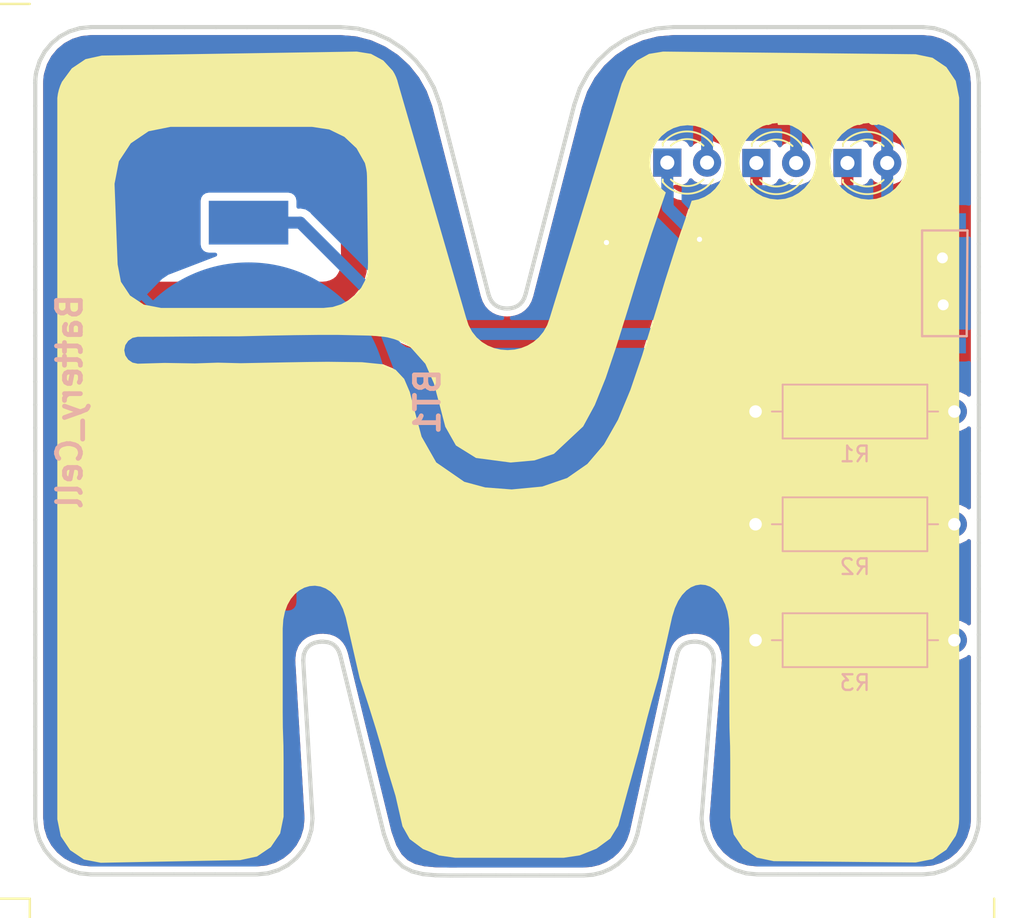
<source format=kicad_pcb>
(kicad_pcb (version 20171130) (host pcbnew 6.0.0-rc1-unknown-bcc8c64~66~ubuntu16.04.1)

  (general
    (thickness 1.6)
    (drawings 19)
    (tracks 35)
    (zones 0)
    (modules 9)
    (nets 7)
  )

  (page USLetter)
  (title_block
    (title "Project Title")
  )

  (layers
    (0 F.Cu signal)
    (31 B.Cu signal)
    (34 B.Paste user)
    (35 F.Paste user)
    (36 B.SilkS user)
    (37 F.SilkS user hide)
    (38 B.Mask user)
    (39 F.Mask user)
    (44 Edge.Cuts user)
    (46 B.CrtYd user)
    (47 F.CrtYd user)
    (48 B.Fab user)
    (49 F.Fab user)
  )

  (setup
    (last_trace_width 0.762)
    (user_trace_width 0.1524)
    (user_trace_width 0.254)
    (user_trace_width 0.3302)
    (user_trace_width 0.508)
    (user_trace_width 0.762)
    (user_trace_width 1.27)
    (trace_clearance 0.254)
    (zone_clearance 0.508)
    (zone_45_only no)
    (trace_min 0.1524)
    (via_size 0.6858)
    (via_drill 0.3302)
    (via_min_size 0.6858)
    (via_min_drill 0.3302)
    (user_via 0.6858 0.3302)
    (user_via 0.762 0.4064)
    (user_via 0.8636 0.508)
    (uvia_size 0.6858)
    (uvia_drill 0.3302)
    (uvias_allowed no)
    (uvia_min_size 0)
    (uvia_min_drill 0)
    (edge_width 0.1524)
    (segment_width 0.1524)
    (pcb_text_width 0.1524)
    (pcb_text_size 1.016 1.016)
    (mod_edge_width 0.1524)
    (mod_text_size 1.016 1.016)
    (mod_text_width 0.1524)
    (pad_size 1.524 1.524)
    (pad_drill 0.762)
    (pad_to_mask_clearance 0.0762)
    (solder_mask_min_width 0.1016)
    (pad_to_paste_clearance -0.0762)
    (aux_axis_origin 0 0)
    (visible_elements FFFFDF7D)
    (pcbplotparams
      (layerselection 0x310fc_80000001)
      (usegerberextensions true)
      (usegerberattributes false)
      (usegerberadvancedattributes false)
      (creategerberjobfile false)
      (excludeedgelayer true)
      (linewidth 0.100000)
      (plotframeref false)
      (viasonmask false)
      (mode 1)
      (useauxorigin false)
      (hpglpennumber 1)
      (hpglpenspeed 20)
      (hpglpendiameter 15.000000)
      (psnegative false)
      (psa4output false)
      (plotreference true)
      (plotvalue true)
      (plotinvisibletext false)
      (padsonsilk false)
      (subtractmaskfromsilk false)
      (outputformat 1)
      (mirror false)
      (drillshape 0)
      (scaleselection 1)
      (outputdirectory "gerbers"))
  )

  (net 0 "")
  (net 1 "Net-(BT1-Pad1)")
  (net 2 GND)
  (net 3 "Net-(D1-Pad1)")
  (net 4 "Net-(D1-Pad2)")
  (net 5 "Net-(D2-Pad1)")
  (net 6 "Net-(D3-Pad1)")

  (net_class Default "This is the default net class."
    (clearance 0.254)
    (trace_width 0.254)
    (via_dia 0.6858)
    (via_drill 0.3302)
    (uvia_dia 0.6858)
    (uvia_drill 0.3302)
    (add_net GND)
    (add_net "Net-(BT1-Pad1)")
    (add_net "Net-(D1-Pad1)")
    (add_net "Net-(D1-Pad2)")
    (add_net "Net-(D2-Pad1)")
    (add_net "Net-(D3-Pad1)")
  )

  (module Battery:CR2032_MPD_BK912_SMT (layer B.Cu) (tedit 5483D004) (tstamp 5BEE4885)
    (at 121.92 101.6 270)
    (path /5BEE1E06)
    (fp_text reference BT1 (at 0 -11.43 270) (layer B.SilkS)
      (effects (font (size 1.524 1.524) (thickness 0.3048)) (justify mirror))
    )
    (fp_text value Battery_Cell (at 0 11.43 270) (layer B.SilkS)
      (effects (font (size 1.524 1.524) (thickness 0.3048)) (justify mirror))
    )
    (pad 1 smd rect (at -11.43 0 270) (size 2.794 5.08) (layers B.Cu B.Paste B.Mask)
      (net 1 "Net-(BT1-Pad1)"))
    (pad 3 smd rect (at 11.43 0 270) (size 2.794 5.08) (layers B.Cu B.Paste B.Mask))
    (pad 2 smd circle (at 0 0 270) (size 17.78 17.78) (layers B.Cu B.Paste B.Mask)
      (net 2 GND))
    (model C:/Engineering/KiCAD_Libraries/3D/Battery_Holders/VRML/CR2032_MPD_BK912_SMT.wrl
      (offset (xyz 0 0 0.1269999980926514))
      (scale (xyz 1 1 1))
      (rotate (xyz 0 0 0))
    )
  )

  (module LED_THT:LED_D3.0mm (layer F.Cu) (tedit 587A3A7B) (tstamp 5BEE5C87)
    (at 148.6662 86.3346)
    (descr "LED, diameter 3.0mm, 2 pins")
    (tags "LED diameter 3.0mm 2 pins")
    (path /5BEDD7BB)
    (fp_text reference D1 (at 1.27 -2.96) (layer F.SilkS)
      (effects (font (size 1 1) (thickness 0.15)))
    )
    (fp_text value LED (at 1.27 2.96) (layer F.Fab)
      (effects (font (size 1 1) (thickness 0.15)))
    )
    (fp_arc (start 1.27 0) (end -0.23 -1.16619) (angle 284.3) (layer F.Fab) (width 0.1))
    (fp_arc (start 1.27 0) (end -0.29 -1.235516) (angle 108.8) (layer F.SilkS) (width 0.12))
    (fp_arc (start 1.27 0) (end -0.29 1.235516) (angle -108.8) (layer F.SilkS) (width 0.12))
    (fp_arc (start 1.27 0) (end 0.229039 -1.08) (angle 87.9) (layer F.SilkS) (width 0.12))
    (fp_arc (start 1.27 0) (end 0.229039 1.08) (angle -87.9) (layer F.SilkS) (width 0.12))
    (fp_circle (center 1.27 0) (end 2.77 0) (layer F.Fab) (width 0.1))
    (fp_line (start -0.23 -1.16619) (end -0.23 1.16619) (layer F.Fab) (width 0.1))
    (fp_line (start -0.29 -1.236) (end -0.29 -1.08) (layer F.SilkS) (width 0.12))
    (fp_line (start -0.29 1.08) (end -0.29 1.236) (layer F.SilkS) (width 0.12))
    (fp_line (start -1.15 -2.25) (end -1.15 2.25) (layer F.CrtYd) (width 0.05))
    (fp_line (start -1.15 2.25) (end 3.7 2.25) (layer F.CrtYd) (width 0.05))
    (fp_line (start 3.7 2.25) (end 3.7 -2.25) (layer F.CrtYd) (width 0.05))
    (fp_line (start 3.7 -2.25) (end -1.15 -2.25) (layer F.CrtYd) (width 0.05))
    (pad 1 thru_hole rect (at 0 0) (size 1.8 1.8) (drill 0.9) (layers *.Cu *.Mask)
      (net 3 "Net-(D1-Pad1)"))
    (pad 2 thru_hole circle (at 2.54 0) (size 1.8 1.8) (drill 0.9) (layers *.Cu *.Mask)
      (net 4 "Net-(D1-Pad2)"))
    (model ${KISYS3DMOD}/LED_THT.3dshapes/LED_D3.0mm.wrl
      (at (xyz 0 0 0))
      (scale (xyz 1 1 1))
      (rotate (xyz 0 0 0))
    )
  )

  (module LED_THT:LED_D3.0mm (layer F.Cu) (tedit 587A3A7B) (tstamp 5BEE48AB)
    (at 154.3558 86.36)
    (descr "LED, diameter 3.0mm, 2 pins")
    (tags "LED diameter 3.0mm 2 pins")
    (path /5BEDEB60)
    (fp_text reference D2 (at 1.27 -2.96) (layer F.SilkS)
      (effects (font (size 1 1) (thickness 0.15)))
    )
    (fp_text value LED (at 1.27 2.96) (layer F.Fab)
      (effects (font (size 1 1) (thickness 0.15)))
    )
    (fp_line (start 3.7 -2.25) (end -1.15 -2.25) (layer F.CrtYd) (width 0.05))
    (fp_line (start 3.7 2.25) (end 3.7 -2.25) (layer F.CrtYd) (width 0.05))
    (fp_line (start -1.15 2.25) (end 3.7 2.25) (layer F.CrtYd) (width 0.05))
    (fp_line (start -1.15 -2.25) (end -1.15 2.25) (layer F.CrtYd) (width 0.05))
    (fp_line (start -0.29 1.08) (end -0.29 1.236) (layer F.SilkS) (width 0.12))
    (fp_line (start -0.29 -1.236) (end -0.29 -1.08) (layer F.SilkS) (width 0.12))
    (fp_line (start -0.23 -1.16619) (end -0.23 1.16619) (layer F.Fab) (width 0.1))
    (fp_circle (center 1.27 0) (end 2.77 0) (layer F.Fab) (width 0.1))
    (fp_arc (start 1.27 0) (end 0.229039 1.08) (angle -87.9) (layer F.SilkS) (width 0.12))
    (fp_arc (start 1.27 0) (end 0.229039 -1.08) (angle 87.9) (layer F.SilkS) (width 0.12))
    (fp_arc (start 1.27 0) (end -0.29 1.235516) (angle -108.8) (layer F.SilkS) (width 0.12))
    (fp_arc (start 1.27 0) (end -0.29 -1.235516) (angle 108.8) (layer F.SilkS) (width 0.12))
    (fp_arc (start 1.27 0) (end -0.23 -1.16619) (angle 284.3) (layer F.Fab) (width 0.1))
    (pad 2 thru_hole circle (at 2.54 0) (size 1.8 1.8) (drill 0.9) (layers *.Cu *.Mask)
      (net 4 "Net-(D1-Pad2)"))
    (pad 1 thru_hole rect (at 0 0) (size 1.8 1.8) (drill 0.9) (layers *.Cu *.Mask)
      (net 5 "Net-(D2-Pad1)"))
    (model ${KISYS3DMOD}/LED_THT.3dshapes/LED_D3.0mm.wrl
      (at (xyz 0 0 0))
      (scale (xyz 1 1 1))
      (rotate (xyz 0 0 0))
    )
  )

  (module LED_THT:LED_D3.0mm (layer F.Cu) (tedit 587A3A7B) (tstamp 5BEE48BE)
    (at 160.1724 86.36)
    (descr "LED, diameter 3.0mm, 2 pins")
    (tags "LED diameter 3.0mm 2 pins")
    (path /5BEDF5E6)
    (fp_text reference D3 (at 1.27 -2.96) (layer F.SilkS)
      (effects (font (size 1 1) (thickness 0.15)))
    )
    (fp_text value LED (at 1.27 2.96) (layer F.Fab)
      (effects (font (size 1 1) (thickness 0.15)))
    )
    (fp_arc (start 1.27 0) (end -0.23 -1.16619) (angle 284.3) (layer F.Fab) (width 0.1))
    (fp_arc (start 1.27 0) (end -0.29 -1.235516) (angle 108.8) (layer F.SilkS) (width 0.12))
    (fp_arc (start 1.27 0) (end -0.29 1.235516) (angle -108.8) (layer F.SilkS) (width 0.12))
    (fp_arc (start 1.27 0) (end 0.229039 -1.08) (angle 87.9) (layer F.SilkS) (width 0.12))
    (fp_arc (start 1.27 0) (end 0.229039 1.08) (angle -87.9) (layer F.SilkS) (width 0.12))
    (fp_circle (center 1.27 0) (end 2.77 0) (layer F.Fab) (width 0.1))
    (fp_line (start -0.23 -1.16619) (end -0.23 1.16619) (layer F.Fab) (width 0.1))
    (fp_line (start -0.29 -1.236) (end -0.29 -1.08) (layer F.SilkS) (width 0.12))
    (fp_line (start -0.29 1.08) (end -0.29 1.236) (layer F.SilkS) (width 0.12))
    (fp_line (start -1.15 -2.25) (end -1.15 2.25) (layer F.CrtYd) (width 0.05))
    (fp_line (start -1.15 2.25) (end 3.7 2.25) (layer F.CrtYd) (width 0.05))
    (fp_line (start 3.7 2.25) (end 3.7 -2.25) (layer F.CrtYd) (width 0.05))
    (fp_line (start 3.7 -2.25) (end -1.15 -2.25) (layer F.CrtYd) (width 0.05))
    (pad 1 thru_hole rect (at 0 0) (size 1.8 1.8) (drill 0.9) (layers *.Cu *.Mask)
      (net 6 "Net-(D3-Pad1)"))
    (pad 2 thru_hole circle (at 2.54 0) (size 1.8 1.8) (drill 0.9) (layers *.Cu *.Mask)
      (net 4 "Net-(D1-Pad2)"))
    (model ${KISYS3DMOD}/LED_THT.3dshapes/LED_D3.0mm.wrl
      (at (xyz 0 0 0))
      (scale (xyz 1 1 1))
      (rotate (xyz 0 0 0))
    )
  )

  (module Cozumel:Ment.All.01 (layer F.Cu) (tedit 5BEC8C4B) (tstamp 5BEE49E5)
    (at 138.43 104.775)
    (descr "Imported from Ment.svg")
    (tags svg2mod)
    (path /5BEE5C88)
    (attr smd)
    (fp_text reference P1 (at 0 -30.144054) (layer F.SilkS) hide
      (effects (font (size 1.524 1.524) (thickness 0.3048)))
    )
    (fp_text value Edge (at 0 30.144054) (layer F.SilkS) hide
      (effects (font (size 1.524 1.524) (thickness 0.3048)))
    )
    (fp_poly (pts (xy -9.594884 -25.530645) (xy -7.858555 -7.312981) (xy -7.634762 -7.278255) (xy -7.199302 -7.161948)
      (xy -6.806837 -7.012569) (xy -6.455713 -6.833424) (xy -6.142622 -6.626718) (xy -5.214376 -5.584921)
      (xy -4.670326 -4.33256) (xy -4.330778 -3.049331) (xy -3.943825 -1.568767) (xy -3.265279 -0.372631)
      (xy -1.979844 0.426631) (xy 0.228875 0.717675) (xy 1.753467 0.581741) (xy 2.995423 0.163151)
      (xy 4.863491 -1.586957) (xy 5.605797 -2.950988) (xy 6.297756 -4.662738) (xy 6.997246 -6.738615)
      (xy 7.762884 -9.19483) (xy 8.4531 -11.449094) (xy 9.231432 -13.879635) (xy 10.14193 -16.530403)
      (xy 9.92861 -16.712855) (xy 9.736236 -16.913497) (xy 9.567012 -17.131227) (xy 9.423144 -17.364943)
      (xy 9.30739 -17.614092) (xy 9.2214 -17.878124) (xy 9.168484 -18.155936) (xy 9.150294 -18.446978)
      (xy 9.201004 -18.92874) (xy 9.345423 -19.376327) (xy 9.571974 -19.780368) (xy 9.869078 -20.132043)
      (xy 10.224613 -20.421982) (xy 10.6281 -20.640263) (xy 11.066868 -20.778067) (xy 11.529337 -20.826023)
      (xy 12.029841 -20.778067) (xy 12.486799 -20.639161) (xy 12.891943 -20.418124) (xy 13.239209 -20.123775)
      (xy 13.521431 -19.764383) (xy 13.731994 -19.348215) (xy 13.863185 -18.884092) (xy 13.908383 -18.380832)
      (xy 13.86649 -17.923324) (xy 13.745225 -17.497785) (xy 13.552851 -17.111383) (xy 13.297087 -16.770181)
      (xy 12.985649 -16.481344) (xy 12.626256 -16.25259) (xy 12.226073 -16.090533) (xy 11.793921 -16.001787)
      (xy 10.883425 -13.38039) (xy 10.105093 -10.935164) (xy 9.414878 -8.666215) (xy 8.632702 -6.139995)
      (xy 7.878641 -3.920803) (xy 7.087095 -2.016905) (xy 6.193023 -0.438775) (xy 5.132063 0.804984)
      (xy 3.838782 1.7049) (xy 2.248107 2.251569) (xy 0.295019 2.435813) (xy -1.394978 2.30662)
      (xy -2.729497 1.947436) (xy -4.520947 0.709406) (xy -5.456911 -0.937625) (xy -5.916624 -2.652456)
      (xy -6.208768 -3.785204) (xy -6.569263 -4.626909) (xy -7.115517 -5.20789) (xy -7.965491 -5.560117)
      (xy -9.268564 -5.691306) (xy -11.451377 -5.717213) (xy -12.760359 -5.704057) (xy -14.154536 -5.680833)
      (xy -15.588904 -5.653162) (xy -17.01865 -5.626263) (xy -18.473406 -5.662131) (xy -19.931272 -5.614136)
      (xy -21.872652 -5.645004) (xy -23.589688 -5.595395) (xy -23.919314 -5.664296) (xy -24.192717 -5.851158)
      (xy -24.379579 -6.125112) (xy -24.449032 -6.454739) (xy -24.379579 -6.783814) (xy -24.192717 -7.057217)
      (xy -23.919314 -7.244079) (xy -23.589688 -7.313532) (xy -21.810365 -7.319045) (xy -19.389921 -7.336392)
      (xy -17.084797 -7.3444) (xy -15.242204 -7.387641) (xy -13.582375 -7.417712) (xy -12.108479 -7.43389)
      (xy -10.823543 -7.435351) (xy -8.832553 -7.390703) (xy -8.457727 -7.369205) (xy -8.133061 -7.343298)
      (xy -7.858555 -7.312981) (xy -9.594884 -25.530645) (xy -21.500582 -20.721292) (xy -19.237292 -20.721292)
      (xy -16.974002 -20.721292) (xy -14.710712 -20.721292) (xy -12.447423 -20.721292) (xy -11.353812 -20.555376)
      (xy -10.390287 -20.08519) (xy -9.613074 -19.355381) (xy -9.077293 -18.408393) (xy -9.028234 -18.209404)
      (xy -8.986342 -18.003801) (xy -8.956025 -17.786071) (xy -8.945001 -17.5496) (xy -8.928464 -16.178176)
      (xy -8.911928 -14.806753) (xy -8.895391 -13.43588) (xy -8.878855 -12.064457) (xy -8.900353 -11.484027)
      (xy -9.052488 -10.94108) (xy -9.315418 -10.447742) (xy -9.672054 -10.016141) (xy -10.103655 -9.658402)
      (xy -10.596993 -9.388307) (xy -11.13994 -9.216879) (xy -11.72037 -9.156796) (xy -14.314389 -9.156796)
      (xy -16.907856 -9.156796) (xy -19.501875 -9.156796) (xy -22.095343 -9.156796) (xy -23.198325 -9.36736)
      (xy -24.078064 -9.949995) (xy -24.660699 -10.829735) (xy -24.871263 -11.932165) (xy -24.920872 -13.220906)
      (xy -24.970482 -14.509647) (xy -25.020091 -15.798389) (xy -25.069149 -17.08713) (xy -24.790786 -18.519187)
      (xy -24.028455 -19.67233) (xy -22.894605 -20.441826) (xy -21.500582 -20.721292) (xy -9.594884 -25.530645)
      (xy -10.612978 -25.51466) (xy -11.631073 -25.498675) (xy -12.649167 -25.482689) (xy -13.666711 -25.467256)
      (xy -14.684805 -25.45127) (xy -15.7029 -25.435285) (xy -16.720994 -25.4193) (xy -17.739089 -25.403866)
      (xy -18.757184 -25.387881) (xy -19.774727 -25.371895) (xy -20.792821 -25.35591) (xy -21.810916 -25.340476)
      (xy -22.829011 -25.324491) (xy -23.847105 -25.308506) (xy -24.8652 -25.29252) (xy -25.883294 -25.277086)
      (xy -26.921784 -25.048332) (xy -27.799318 -24.459083) (xy -28.429358 -23.600841) (xy -28.537947 -23.35555)
      (xy -28.623936 -23.100337) (xy -28.686775 -22.837408) (xy -28.724258 -22.567863) (xy -28.724258 -19.687764)
      (xy -28.724258 -16.808215) (xy -28.724258 -13.928667) (xy -28.724258 -11.049118) (xy -28.724258 -8.16957)
      (xy -28.724258 -5.290021) (xy -28.724258 -2.410473) (xy -28.724258 0.469077) (xy -28.724258 3.348624)
      (xy -28.724258 6.228174) (xy -28.724258 9.107721) (xy -28.724258 11.987271) (xy -28.724258 14.866818)
      (xy -28.724258 17.746368) (xy -28.724258 20.626465) (xy -28.724258 23.506015) (xy -28.504323 24.584742)
      (xy -27.906254 25.474405) (xy -27.023207 26.073574) (xy -25.948889 26.281383) (xy -23.723082 26.238939)
      (xy -21.497826 26.196496) (xy -19.272019 26.154053) (xy -17.046763 26.11216) (xy -15.971893 25.8801)
      (xy -15.088846 25.283685) (xy -14.491329 24.407252) (xy -14.271394 23.336792) (xy -14.271394 22.892512)
      (xy -14.271394 22.448232) (xy -14.271394 22.003952) (xy -14.271394 21.559673) (xy -14.271394 21.115396)
      (xy -14.271394 20.671116) (xy -14.271394 20.226836) (xy -14.271394 19.782556) (xy -14.280213 18.793124)
      (xy -14.299506 18.216003) (xy -14.318798 17.638328) (xy -14.327618 16.648896) (xy -14.327618 16.204619)
      (xy -14.327618 15.760339) (xy -14.327618 15.316059) (xy -14.327618 14.87178) (xy -14.327618 14.4275)
      (xy -14.327618 13.98322) (xy -14.327618 13.53894) (xy -14.327618 13.09466) (xy -14.327618 12.650933)
      (xy -14.327618 12.206654) (xy -14.327618 11.762374) (xy -14.327618 11.318094) (xy -14.291238 10.753099)
      (xy -14.187058 10.249287) (xy -14.023898 9.808868) (xy -13.810027 9.432937) (xy -13.553712 9.123156)
      (xy -13.263221 8.881723) (xy -12.946272 8.710296) (xy -12.612236 8.611075) (xy -12.268829 8.58517)
      (xy -11.924319 8.634228) (xy -11.586976 8.761008) (xy -11.265617 8.96606) (xy -10.967961 9.25214)
      (xy -10.702826 9.620903) (xy -10.47793 10.073452) (xy -10.302093 10.612538) (xy -10.190747 11.098158)
      (xy -10.078851 11.58323) (xy -9.967505 12.06885) (xy -9.85616 12.55447) (xy -9.744263 13.04009)
      (xy -9.632918 13.525712) (xy -9.521572 14.011332) (xy 24.815831 -16.805459) (xy 24.45203 -16.503393)
      (xy 24.037516 -16.274639) (xy 23.582212 -16.129118) (xy 23.097693 -16.078406) (xy 22.613174 -16.129118)
      (xy 22.157871 -16.274639) (xy 21.743357 -16.503393) (xy 21.379556 -16.805459) (xy 21.07749 -17.169261)
      (xy 20.848735 -17.583775) (xy 20.703213 -18.039079) (xy 20.652503 -18.523597) (xy 20.703213 -19.008115)
      (xy 20.848735 -19.463419) (xy 21.07749 -19.877933) (xy 21.379556 -20.241735) (xy 21.743357 -20.543801)
      (xy 22.157871 -20.772555) (xy 22.613174 -20.918076) (xy 23.097693 -20.968788) (xy 23.600952 -20.918076)
      (xy 24.065075 -20.772555) (xy 24.481243 -20.543801) (xy 24.840636 -20.241735) (xy 25.134985 -19.877933)
      (xy 25.356021 -19.463419) (xy 25.494928 -19.008115) (xy 25.542883 -18.523597) (xy 25.492171 -18.039079)
      (xy 25.346652 -17.583775) (xy 25.117896 -17.169261) (xy 24.815831 -16.805459) (xy -9.521572 14.011332)
      (xy -9.409675 14.496952) (xy -8.869484 16.153353) (xy -8.382761 17.707229) (xy -7.984233 19.05385)
      (xy 19.302575 -17.169261) (xy 19.00051 -16.805459) (xy 18.636708 -16.503393) (xy 18.222195 -16.274639)
      (xy 17.766891 -16.129118) (xy 17.282372 -16.078406) (xy 16.797853 -16.129118) (xy 16.34255 -16.274639)
      (xy 15.928036 -16.503393) (xy 15.564234 -16.805459) (xy 15.262169 -17.169261) (xy 15.033414 -17.583775)
      (xy 14.887894 -18.039079) (xy 14.837182 -18.523597) (xy 14.887894 -19.008115) (xy 15.033414 -19.463419)
      (xy 15.262169 -19.877933) (xy 15.564234 -20.241735) (xy 15.928036 -20.543801) (xy 16.34255 -20.772555)
      (xy 16.797853 -20.918076) (xy 17.282372 -20.968788) (xy 17.766891 -20.918076) (xy 18.222195 -20.772555)
      (xy 18.636708 -20.543801) (xy 19.00051 -20.241735) (xy 19.302575 -19.877933) (xy 19.53133 -19.463419)
      (xy 19.67685 -19.008115) (xy 19.727562 -18.523597) (xy 19.67685 -18.039079) (xy 19.53133 -17.583775)
      (xy 19.302575 -17.169261) (xy -7.984233 19.05385) (xy -7.708625 20.088479) (xy -7.562553 20.56914)
      (xy -7.41593 21.049799) (xy -7.269307 21.529909) (xy -7.123234 22.010568) (xy -6.677301 23.95305)
      (xy -6.217037 24.768296) (xy -5.368716 25.403296) (xy -4.334085 25.815056) (xy -3.316542 25.961128)
      (xy -1.581868 25.961128) (xy 0.152808 25.961128) (xy 1.887481 25.961128) (xy 3.622157 25.961128)
      (xy 4.64907 25.80844) (xy 5.709057 25.383453) (xy 6.59541 24.734672) (xy 7.101426 23.912813)
      (xy 7.708314 21.68921) (xy 7.885256 21.05476) (xy 8.062195 20.420864) (xy 8.238584 19.786414)
      (xy 8.415523 19.152518) (xy 8.731922 17.905668) (xy 8.954613 17.026478) (xy 9.221951 16.036496)
      (xy 9.672295 14.456715) (xy 9.781433 13.971093) (xy 9.891128 13.486023) (xy 10.000269 13.000404)
      (xy 10.10996 12.514784) (xy 10.219651 12.029161) (xy 10.328792 11.543541) (xy 10.438483 11.057922)
      (xy 10.547624 10.572299) (xy 10.719602 10.022739) (xy 10.932372 9.56082) (xy 11.179317 9.185993)
      (xy 11.45327 8.895504) (xy 11.746519 8.687695) (xy 12.051891 8.560916) (xy 12.362776 8.51241)
      (xy 12.671457 8.541623) (xy 12.970767 8.645252) (xy 13.25354 8.822742) (xy 13.512611 9.07134)
      (xy 13.740814 9.389393) (xy 13.930983 9.774691) (xy 14.075952 10.226137) (xy 14.168005 10.740972)
      (xy 14.199978 11.318094) (xy 14.199978 11.764578) (xy 14.199978 12.210512) (xy 14.199978 12.656996)
      (xy 14.199978 13.10348) (xy 14.199978 13.549413) (xy 14.199978 13.995897) (xy 14.199978 14.442381)
      (xy 14.199978 14.888315) (xy 14.199978 15.334799) (xy 14.199978 15.781286) (xy 14.199978 16.227217)
      (xy 14.199978 16.673701) (xy 14.208794 17.669197) (xy 14.228087 18.252934) (xy 14.247933 18.836671)
      (xy 14.256752 19.832165) (xy 14.256752 20.278649) (xy 14.256752 20.725133) (xy 14.256752 21.171067)
      (xy 14.256752 21.617551) (xy 14.256752 22.064035) (xy 14.256752 22.509968) (xy 14.256752 22.956452)
      (xy 14.256752 23.402936) (xy 14.476685 24.475604) (xy 15.074754 25.355341) (xy 15.957251 25.952309)
      (xy 17.03267 26.178307) (xy 19.300371 26.199253) (xy 21.568071 26.2202) (xy 23.835769 26.241697)
      (xy 26.10347 26.262643) (xy 27.178339 26.04877) (xy 28.061386 25.450151) (xy 28.658904 24.564349)
      (xy 28.753161 24.309135) (xy 28.822063 24.043451) (xy 28.864506 23.768945) (xy 28.878837 23.487273)
      (xy 28.878837 20.607726) (xy 28.878837 17.728176) (xy 28.878837 14.848629) (xy 28.878837 11.969079)
      (xy 28.878837 9.089532) (xy 28.878837 6.209982) (xy 28.878837 3.330435) (xy 28.878837 0.450885)
      (xy 28.878837 -2.428663) (xy 28.878837 -5.308763) (xy 28.878837 -8.188311) (xy 28.878837 -11.06786)
      (xy 28.878837 -13.947408) (xy 28.878837 -16.826957) (xy 28.878837 -19.706505) (xy 28.878837 -22.586054)
      (xy 28.658904 -23.658718) (xy 28.061386 -24.537907) (xy 27.178339 -25.134873) (xy 26.10347 -25.361422)
      (xy 25.094746 -25.371895) (xy 24.086572 -25.382368) (xy 23.07785 -25.392841) (xy 22.069126 -25.403866)
      (xy 21.060402 -25.414339) (xy 20.052228 -25.424812) (xy 19.043504 -25.435285) (xy 18.034782 -25.445758)
      (xy 17.026058 -25.456783) (xy 16.017884 -25.467256) (xy 15.00916 -25.477729) (xy 14.000435 -25.488202)
      (xy 12.991711 -25.498675) (xy 11.98354 -25.509148) (xy 10.974816 -25.520172) (xy 9.966091 -25.530645)
      (xy 9.069816 -25.383471) (xy 8.297563 -24.957381) (xy 7.698944 -24.305845) (xy 7.323016 -23.482329)
      (xy 7.036382 -22.548571) (xy 6.749752 -21.614812) (xy 6.463118 -20.681605) (xy 6.176488 -19.747846)
      (xy 5.889304 -18.814087) (xy 5.602671 -17.880329) (xy 5.31604 -16.947121) (xy 5.029407 -16.013363)
      (xy 4.742776 -15.079604) (xy 4.456143 -14.145846) (xy 4.169513 -13.212638) (xy 3.882329 -12.278879)
      (xy 3.595698 -11.345121) (xy 3.309065 -10.411362) (xy 3.022435 -9.478155) (xy 2.735801 -8.544396)
      (xy 2.56327 -8.056571) (xy 2.324045 -7.633788) (xy 2.028592 -7.27605) (xy 1.685737 -6.982803)
      (xy 1.305397 -6.755151) (xy 0.896949 -6.592543) (xy 0.470308 -6.494978) (xy 0.034847 -6.462456)
      (xy -0.400063 -6.494978) (xy -0.824497 -6.592543) (xy -1.229091 -6.755151) (xy -1.603916 -6.982803)
      (xy -1.940158 -7.27605) (xy -2.227342 -7.633788) (xy -2.456094 -8.056571) (xy -2.617051 -8.544396)
      (xy -2.887696 -9.478155) (xy -3.158894 -10.411362) (xy -3.429541 -11.345121) (xy -3.700739 -12.278879)
      (xy -3.971386 -13.212638) (xy -4.242583 -14.145846) (xy -4.51323 -15.079604) (xy -4.784428 -16.013363)
      (xy -5.055075 -16.947121) (xy -5.325722 -17.880329) (xy -5.596919 -18.814087) (xy -5.867566 -19.747846)
      (xy -6.138764 -20.681605) (xy -6.409411 -21.614812) (xy -6.680609 -22.548571) (xy -6.951255 -23.482329)
      (xy -7.010787 -23.701713) (xy -7.089059 -23.912277) (xy -7.185522 -24.114573) (xy -7.299072 -24.306947)
      (xy -7.90155 -24.959586) (xy -8.689237 -25.386227) (xy -9.594884 -25.530645)) (layer F.SilkS) (width 0))
    (fp_poly (pts (xy 10.115463 -16.557189) (xy 9.836669 -15.717715) (xy 9.173763 -13.707312) (xy 8.38695 -11.288014)
      (xy 7.736434 -9.221853) (xy 6.970917 -6.765769) (xy 6.271224 -4.689926) (xy 5.579276 -2.978063)
      (xy 4.836993 -1.613916) (xy 2.969083 0.136281) (xy 1.727294 0.554856) (xy 0.202842 0.690768)
      (xy -2.005815 0.399585) (xy -3.291357 -0.39962) (xy -3.969752 -1.59533) (xy -4.356963 -3.076027)
      (xy -4.696677 -4.359505) (xy -5.240839 -5.612006) (xy -6.169114 -6.653864) (xy -7.661169 -7.305412)
      (xy -8.858944 -7.417962) (xy -10.849729 -7.462362) (xy -12.134756 -7.460943) (xy -13.608742 -7.444808)
      (xy -15.268589 -7.414734) (xy -17.1112 -7.371496) (xy -18.810801 -7.33329) (xy -20.498012 -7.31367)
      (xy -22.110878 -7.306443) (xy -23.587446 -7.305398) (xy -23.916833 -7.236216) (xy -24.190463 -7.049322)
      (xy -24.377357 -6.775693) (xy -24.446539 -6.446306) (xy -24.377357 -6.116916) (xy -24.190463 -5.843286)
      (xy -23.916833 -5.656392) (xy -23.587446 -5.58721) (xy -22.081966 -5.597536) (xy -20.46497 -5.620252)
      (xy -18.77363 -5.642968) (xy -17.045117 -5.653295) (xy -15.615273 -5.680271) (xy -14.180782 -5.708021)
      (xy -12.786562 -5.731125) (xy -11.477528 -5.744161) (xy -9.294686 -5.718346) (xy -7.99159 -5.58721)
      (xy -7.14179 -5.235105) (xy -6.595563 -4.653772) (xy -6.235198 -3.812232) (xy -5.942983 -2.679508)
      (xy -5.483491 -0.964418) (xy -4.546955 0.682522) (xy -2.755456 1.920568) (xy -1.420994 2.279771)
      (xy 0.268927 2.408971) (xy 2.222022 2.224658) (xy 3.812687 1.677914) (xy 5.105976 0.778033)
      (xy 6.166937 -0.465691) (xy 7.060621 -2.043965) (xy 7.85208 -3.947498) (xy 8.606369 -6.166995)
      (xy 9.388537 -8.693164) (xy 10.039051 -10.759326) (xy 10.825864 -13.178624) (xy 11.48877 -15.189028)
      (xy 11.767563 -16.028503) (xy 11.666212 -16.025508) (xy 11.422589 -16.025532) (xy 11.127336 -16.042075)
      (xy 10.871101 -16.088646) (xy 10.636868 -16.199026) (xy 10.390025 -16.355952) (xy 10.194809 -16.496357)
      (xy 10.115463 -16.557174) (xy 10.115463 -16.557189)) (layer F.Mask) (width 0))
    (fp_poly (pts (xy -22.163448 -9.115038) (xy -19.569646 -9.115038) (xy -11.542475 -10.856973) (xy -11.788227 -10.833224)
      (xy -14.382029 -10.833224) (xy -16.975831 -10.833224) (xy -19.569633 -10.833224) (xy -22.163435 -10.833224)
      (xy -22.628088 -10.926155) (xy -23.006017 -11.180165) (xy -23.260028 -11.558085) (xy -23.352959 -12.02274)
      (xy -23.402522 -13.31138) (xy -23.452085 -14.600021) (xy -23.501648 -15.888662) (xy -23.551211 -17.177302)
      (xy -23.363284 -17.884608) (xy -22.939933 -18.474202) (xy -22.343111 -18.877934) (xy -21.634773 -19.027656)
      (xy -19.35487 -19.027656) (xy -17.074968 -19.027656) (xy -14.795066 -19.027656) (xy -12.515163 -19.027656)
      (xy -11.938991 -18.944018) (xy -11.424774 -18.705496) (xy -11.009683 -18.330676) (xy -10.730889 -17.838143)
      (xy -10.692685 -17.777221) (xy -10.673068 -17.697713) (xy -10.665841 -17.605816) (xy -10.664796 -17.507723)
      (xy -10.648275 -16.136477) (xy -10.631754 -14.765231) (xy -10.615232 -13.393985) (xy -10.598711 -12.02274)
      (xy -10.62246 -11.786282) (xy -10.689577 -11.568411) (xy -10.793865 -11.362931) (xy -10.929131 -11.163647)
      (xy -11.100537 -11.02838) (xy -11.309115 -10.924091) (xy -11.542475 -10.856973) (xy -19.569646 -9.115038)
      (xy -16.975844 -9.115038) (xy -14.382042 -9.115038) (xy -11.78824 -9.115038) (xy -11.207938 -9.174927)
      (xy -10.664809 -9.346332) (xy -10.171243 -9.616864) (xy -9.739631 -9.974131) (xy -9.383397 -10.405743)
      (xy -9.120093 -10.899309) (xy -8.968306 -11.442438) (xy -8.94662 -12.02274) (xy -8.963141 -13.393985)
      (xy -8.979662 -14.765231) (xy -8.996183 -16.136477) (xy -9.012705 -17.507723) (xy -9.024061 -17.74418)
      (xy -9.054005 -17.962051) (xy -9.09634 -18.167531) (xy -9.144871 -18.366815) (xy -9.680772 -19.313677)
      (xy -10.458293 -20.043699) (xy -11.421676 -20.513516) (xy -12.515163 -20.679759) (xy -14.778544 -20.679759)
      (xy -17.041925 -20.679759) (xy -19.305307 -20.679759) (xy -21.568688 -20.679759) (xy -22.96265 -20.399934)
      (xy -24.096405 -19.630674) (xy -24.858437 -18.477299) (xy -25.13723 -17.045132) (xy -25.087667 -15.756492)
      (xy -25.038103 -14.467852) (xy -24.98854 -13.179212) (xy -24.938977 -11.890572) (xy -24.728334 -10.787792)
      (xy -24.145968 -9.908047) (xy -23.266224 -9.325681) (xy -22.163446 -9.115038) (xy -22.163448 -9.115038)) (layer F.Mask) (width 0))
    (fp_line (start 15.992359 27.026845) (end 15.269822 26.954824) (layer Edge.Cuts) (width 0.264375))
    (fp_line (start 15.269822 26.954824) (end 14.598396 26.748051) (layer Edge.Cuts) (width 0.264375))
    (fp_line (start 14.598396 26.748051) (end 13.992024 26.42047) (layer Edge.Cuts) (width 0.264375))
    (fp_line (start 13.992024 26.42047) (end 13.464641 25.98602) (layer Edge.Cuts) (width 0.264375))
    (fp_line (start 13.464641 25.98602) (end 13.030189 25.458637) (layer Edge.Cuts) (width 0.264375))
    (fp_line (start 13.030189 25.458637) (end 12.702608 24.852263) (layer Edge.Cuts) (width 0.264375))
    (fp_line (start 12.702608 24.852263) (end 12.495835 24.18084) (layer Edge.Cuts) (width 0.264375))
    (fp_line (start 12.495835 24.18084) (end 12.423814 23.458303) (layer Edge.Cuts) (width 0.264375))
    (fp_line (start 12.423814 23.458303) (end 12.522942 22.194444) (layer Edge.Cuts) (width 0.264375))
    (fp_line (start 12.522942 22.194444) (end 12.622067 20.930585) (layer Edge.Cuts) (width 0.264375))
    (fp_line (start 12.622067 20.930585) (end 12.721192 19.666726) (layer Edge.Cuts) (width 0.264375))
    (fp_line (start 12.721192 19.666726) (end 12.82032 18.402865) (layer Edge.Cuts) (width 0.264375))
    (fp_line (start 12.82032 18.402865) (end 12.919445 17.139006) (layer Edge.Cuts) (width 0.264375))
    (fp_line (start 12.919445 17.139006) (end 13.018572 15.875147) (layer Edge.Cuts) (width 0.264375))
    (fp_line (start 13.018572 15.875147) (end 13.117697 14.611288) (layer Edge.Cuts) (width 0.264375))
    (fp_line (start 13.117697 14.611288) (end 13.216825 13.34743) (layer Edge.Cuts) (width 0.264375))
    (fp_line (start 13.216825 13.34743) (end 13.176425 12.97377) (layer Edge.Cuts) (width 0.264375))
    (fp_line (start 13.176425 12.97377) (end 13.067103 12.687622) (layer Edge.Cuts) (width 0.264375))
    (fp_line (start 13.067103 12.687622) (end 12.906668 12.477364) (layer Edge.Cuts) (width 0.264375))
    (fp_line (start 12.906668 12.477364) (end 12.712934 12.331387) (layer Edge.Cuts) (width 0.264375))
    (fp_line (start 12.712934 12.331387) (end 12.503709 12.238068) (layer Edge.Cuts) (width 0.264375))
    (fp_line (start 12.503709 12.238068) (end 12.296809 12.185795) (layer Edge.Cuts) (width 0.264375))
    (fp_line (start 12.296809 12.185795) (end 12.110045 12.162963) (layer Edge.Cuts) (width 0.264375))
    (fp_line (start 12.110045 12.162963) (end 11.961227 12.157939) (layer Edge.Cuts) (width 0.264375))
    (fp_line (start 11.961227 12.157939) (end 11.650037 12.18685) (layer Edge.Cuts) (width 0.264375))
    (fp_line (start 11.650037 12.18685) (end 11.404673 12.265325) (layer Edge.Cuts) (width 0.264375))
    (fp_line (start 11.404673 12.265325) (end 11.216617 12.380974) (layer Edge.Cuts) (width 0.264375))
    (fp_line (start 11.216617 12.380974) (end 11.077352 12.521402) (layer Edge.Cuts) (width 0.264375))
    (fp_line (start 11.077352 12.521402) (end 10.978354 12.674222) (layer Edge.Cuts) (width 0.264375))
    (fp_line (start 10.978354 12.674222) (end 10.911109 12.82704) (layer Edge.Cuts) (width 0.264375))
    (fp_line (start 10.911109 12.82704) (end 10.867096 12.967471) (layer Edge.Cuts) (width 0.264375))
    (fp_line (start 10.867096 12.967471) (end 10.837796 13.083117) (layer Edge.Cuts) (width 0.264375))
    (fp_line (start 10.837796 13.083117) (end 10.523897 14.503925) (layer Edge.Cuts) (width 0.264375))
    (fp_line (start 10.523897 14.503925) (end 10.209996 15.924734) (layer Edge.Cuts) (width 0.264375))
    (fp_line (start 10.209996 15.924734) (end 9.896097 17.345542) (layer Edge.Cuts) (width 0.264375))
    (fp_line (start 9.896097 17.345542) (end 9.582198 18.76635) (layer Edge.Cuts) (width 0.264375))
    (fp_line (start 9.582198 18.76635) (end 9.268299 20.187161) (layer Edge.Cuts) (width 0.264375))
    (fp_line (start 9.268299 20.187161) (end 8.954398 21.607969) (layer Edge.Cuts) (width 0.264375))
    (fp_line (start 8.954398 21.607969) (end 8.640499 23.028777) (layer Edge.Cuts) (width 0.264375))
    (fp_line (start 8.640499 23.028777) (end 8.3266 24.449586) (layer Edge.Cuts) (width 0.264375))
    (fp_line (start 8.3266 24.449586) (end 8.132866 25.018529) (layer Edge.Cuts) (width 0.264375))
    (fp_line (start 8.132866 25.018529) (end 7.854719 25.531713) (layer Edge.Cuts) (width 0.264375))
    (fp_line (start 7.854719 25.531713) (end 7.500677 25.982944) (layer Edge.Cuts) (width 0.264375))
    (fp_line (start 7.500677 25.982944) (end 7.079262 26.366024) (layer Edge.Cuts) (width 0.264375))
    (fp_line (start 7.079262 26.366024) (end 6.598991 26.674761) (layer Edge.Cuts) (width 0.264375))
    (fp_line (start 6.598991 26.674761) (end 6.068382 26.902957) (layer Edge.Cuts) (width 0.264375))
    (fp_line (start 6.068382 26.902957) (end 5.495953 27.044419) (layer Edge.Cuts) (width 0.264375))
    (fp_line (start 5.495953 27.044419) (end 4.890226 27.092949) (layer Edge.Cuts) (width 0.264375))
    (fp_line (start 4.890226 27.092949) (end 3.956787 27.092949) (layer Edge.Cuts) (width 0.264375))
    (fp_line (start 3.956787 27.092949) (end 3.023348 27.092949) (layer Edge.Cuts) (width 0.264375))
    (fp_line (start 3.023348 27.092949) (end 2.08991 27.092949) (layer Edge.Cuts) (width 0.264375))
    (fp_line (start 2.08991 27.092949) (end 1.156471 27.092949) (layer Edge.Cuts) (width 0.264375))
    (fp_line (start 1.156471 27.092949) (end 0.223035 27.092949) (layer Edge.Cuts) (width 0.264375))
    (fp_line (start 0.223035 27.092949) (end -0.710404 27.092949) (layer Edge.Cuts) (width 0.264375))
    (fp_line (start -0.710404 27.092949) (end -1.643842 27.092949) (layer Edge.Cuts) (width 0.264375))
    (fp_line (start -1.643842 27.092949) (end -2.577281 27.092949) (layer Edge.Cuts) (width 0.264375))
    (fp_line (start -2.577281 27.092949) (end -3.644694 27.095913) (layer Edge.Cuts) (width 0.264375))
    (fp_line (start -3.644694 27.095913) (end -4.574261 27.079516) (layer Edge.Cuts) (width 0.264375))
    (fp_line (start -4.574261 27.079516) (end -5.376822 27.005816) (layer Edge.Cuts) (width 0.264375))
    (fp_line (start -5.376822 27.005816) (end -6.063219 26.836861) (layer Edge.Cuts) (width 0.264375))
    (fp_line (start -6.063219 26.836861) (end -6.644295 26.534708) (layer Edge.Cuts) (width 0.264375))
    (fp_line (start -6.644295 26.534708) (end -7.130891 26.061408) (layer Edge.Cuts) (width 0.264375))
    (fp_line (start -7.130891 26.061408) (end -7.533849 25.379011) (layer Edge.Cuts) (width 0.264375))
    (fp_line (start -7.533849 25.379011) (end -7.864011 24.449574) (layer Edge.Cuts) (width 0.264375))
    (fp_line (start -7.864011 24.449574) (end -8.210953 23.028766) (layer Edge.Cuts) (width 0.264375))
    (fp_line (start -8.210953 23.028766) (end -8.557895 21.607958) (layer Edge.Cuts) (width 0.264375))
    (fp_line (start -8.557895 21.607958) (end -8.904836 20.18715) (layer Edge.Cuts) (width 0.264375))
    (fp_line (start -8.904836 20.18715) (end -9.251778 18.766339) (layer Edge.Cuts) (width 0.264375))
    (fp_line (start -9.251778 18.766339) (end -9.598719 17.345531) (layer Edge.Cuts) (width 0.264375))
    (fp_line (start -9.598719 17.345531) (end -9.945661 15.924722) (layer Edge.Cuts) (width 0.264375))
    (fp_line (start -9.945661 15.924722) (end -10.292603 14.503914) (layer Edge.Cuts) (width 0.264375))
    (fp_line (start -10.292603 14.503914) (end -10.639544 13.083106) (layer Edge.Cuts) (width 0.264375))
    (fp_line (start -10.639544 13.083106) (end -10.668844 12.986431) (layer Edge.Cuts) (width 0.264375))
    (fp_line (start -10.668844 12.986431) (end -10.712856 12.85491) (layer Edge.Cuts) (width 0.264375))
    (fp_line (start -10.712856 12.85491) (end -10.780102 12.703252) (layer Edge.Cuts) (width 0.264375))
    (fp_line (start -10.780102 12.703252) (end -10.879099 12.546173) (layer Edge.Cuts) (width 0.264375))
    (fp_line (start -10.879099 12.546173) (end -11.018367 12.398387) (layer Edge.Cuts) (width 0.264375))
    (fp_line (start -11.018367 12.398387) (end -11.206422 12.274607) (layer Edge.Cuts) (width 0.264375))
    (fp_line (start -11.206422 12.274607) (end -11.451785 12.189551) (layer Edge.Cuts) (width 0.264375))
    (fp_line (start -11.451785 12.189551) (end -11.762975 12.157928) (layer Edge.Cuts) (width 0.264375))
    (fp_line (start -11.762975 12.157928) (end -11.911793 12.162951) (layer Edge.Cuts) (width 0.264375))
    (fp_line (start -11.911793 12.162951) (end -12.098558 12.185783) (layer Edge.Cuts) (width 0.264375))
    (fp_line (start -12.098558 12.185783) (end -12.305458 12.238056) (layer Edge.Cuts) (width 0.264375))
    (fp_line (start -12.305458 12.238056) (end -12.514682 12.331376) (layer Edge.Cuts) (width 0.264375))
    (fp_line (start -12.514682 12.331376) (end -12.708416 12.477353) (layer Edge.Cuts) (width 0.264375))
    (fp_line (start -12.708416 12.477353) (end -12.868851 12.687611) (layer Edge.Cuts) (width 0.264375))
    (fp_line (start -12.868851 12.687611) (end -12.978174 12.973759) (layer Edge.Cuts) (width 0.264375))
    (fp_line (start -12.978174 12.973759) (end -13.018573 13.347418) (layer Edge.Cuts) (width 0.264375))
    (fp_line (start -13.018573 13.347418) (end -12.944228 14.611277) (layer Edge.Cuts) (width 0.264375))
    (fp_line (start -12.944228 14.611277) (end -12.869884 15.875136) (layer Edge.Cuts) (width 0.264375))
    (fp_line (start -12.869884 15.875136) (end -12.795539 17.138995) (layer Edge.Cuts) (width 0.264375))
    (fp_line (start -12.795539 17.138995) (end -12.721195 18.402853) (layer Edge.Cuts) (width 0.264375))
    (fp_line (start -12.721195 18.402853) (end -12.64685 19.666715) (layer Edge.Cuts) (width 0.264375))
    (fp_line (start -12.64685 19.666715) (end -12.572505 20.930574) (layer Edge.Cuts) (width 0.264375))
    (fp_line (start -12.572505 20.930574) (end -12.498161 22.194433) (layer Edge.Cuts) (width 0.264375))
    (fp_line (start -12.498161 22.194433) (end -12.423816 23.458291) (layer Edge.Cuts) (width 0.264375))
    (fp_line (start -12.423816 23.458291) (end -12.495837 24.180828) (layer Edge.Cuts) (width 0.264375))
    (fp_line (start -12.495837 24.180828) (end -12.702608 24.852252) (layer Edge.Cuts) (width 0.264375))
    (fp_line (start -12.702608 24.852252) (end -13.03019 25.458626) (layer Edge.Cuts) (width 0.264375))
    (fp_line (start -13.03019 25.458626) (end -13.464641 25.986009) (layer Edge.Cuts) (width 0.264375))
    (fp_line (start -13.464641 25.986009) (end -13.992023 26.420459) (layer Edge.Cuts) (width 0.264375))
    (fp_line (start -13.992023 26.420459) (end -14.598397 26.74804) (layer Edge.Cuts) (width 0.264375))
    (fp_line (start -14.598397 26.74804) (end -15.269822 26.954813) (layer Edge.Cuts) (width 0.264375))
    (fp_line (start -15.269822 26.954813) (end -15.992359 27.026833) (layer Edge.Cuts) (width 0.264375))
    (fp_line (start -15.992359 27.026833) (end -17.314041 27.026833) (layer Edge.Cuts) (width 0.264375))
    (fp_line (start -17.314041 27.026833) (end -18.635724 27.026833) (layer Edge.Cuts) (width 0.264375))
    (fp_line (start -18.635724 27.026833) (end -19.957406 27.026833) (layer Edge.Cuts) (width 0.264375))
    (fp_line (start -19.957406 27.026833) (end -21.279089 27.026833) (layer Edge.Cuts) (width 0.264375))
    (fp_line (start -21.279089 27.026833) (end -22.600771 27.026833) (layer Edge.Cuts) (width 0.264375))
    (fp_line (start -22.600771 27.026833) (end -23.922454 27.026833) (layer Edge.Cuts) (width 0.264375))
    (fp_line (start -23.922454 27.026833) (end -25.244136 27.026833) (layer Edge.Cuts) (width 0.264375))
    (fp_line (start -25.244136 27.026833) (end -26.565819 27.026833) (layer Edge.Cuts) (width 0.264375))
    (fp_line (start -26.565819 27.026833) (end -27.288356 26.954813) (layer Edge.Cuts) (width 0.264375))
    (fp_line (start -27.288356 26.954813) (end -27.959781 26.74804) (layer Edge.Cuts) (width 0.264375))
    (fp_line (start -27.959781 26.74804) (end -28.566154 26.420459) (layer Edge.Cuts) (width 0.264375))
    (fp_line (start -28.566154 26.420459) (end -29.093537 25.98602) (layer Edge.Cuts) (width 0.264375))
    (fp_line (start -29.093537 25.98602) (end -29.527988 25.458637) (layer Edge.Cuts) (width 0.264375))
    (fp_line (start -29.527988 25.458637) (end -29.855569 24.852263) (layer Edge.Cuts) (width 0.264375))
    (fp_line (start -29.855569 24.852263) (end -30.06234 24.18084) (layer Edge.Cuts) (width 0.264375))
    (fp_line (start -30.06234 24.18084) (end -30.134362 23.458303) (layer Edge.Cuts) (width 0.264375))
    (fp_line (start -30.134362 23.458303) (end -30.134362 21.989997) (layer Edge.Cuts) (width 0.264375))
    (fp_line (start -30.134362 21.989997) (end -30.134362 20.52169) (layer Edge.Cuts) (width 0.264375))
    (fp_line (start -30.134362 20.52169) (end -30.134362 19.053381) (layer Edge.Cuts) (width 0.264375))
    (fp_line (start -30.134362 19.053381) (end -30.134362 17.585075) (layer Edge.Cuts) (width 0.264375))
    (fp_line (start -30.134362 17.585075) (end -30.134362 16.116769) (layer Edge.Cuts) (width 0.264375))
    (fp_line (start -30.134362 16.116769) (end -30.134362 14.648463) (layer Edge.Cuts) (width 0.264375))
    (fp_line (start -30.134362 14.648463) (end -30.134362 13.180157) (layer Edge.Cuts) (width 0.264375))
    (fp_line (start -30.134362 13.180157) (end -30.134362 11.71185) (layer Edge.Cuts) (width 0.264375))
    (fp_line (start -30.134362 11.71185) (end -30.134362 10.243541) (layer Edge.Cuts) (width 0.264375))
    (fp_line (start -30.134362 10.243541) (end -30.134362 8.775235) (layer Edge.Cuts) (width 0.264375))
    (fp_line (start -30.134362 8.775235) (end -30.134362 7.306929) (layer Edge.Cuts) (width 0.264375))
    (fp_line (start -30.134362 7.306929) (end -30.134362 5.838623) (layer Edge.Cuts) (width 0.264375))
    (fp_line (start -30.134362 5.838623) (end -30.134362 4.370316) (layer Edge.Cuts) (width 0.264375))
    (fp_line (start -30.134362 4.370316) (end -30.134362 2.90201) (layer Edge.Cuts) (width 0.264375))
    (fp_line (start -30.134362 2.90201) (end -30.134362 1.433701) (layer Edge.Cuts) (width 0.264375))
    (fp_line (start -30.134362 1.433701) (end -30.134362 -0.034605) (layer Edge.Cuts) (width 0.264375))
    (fp_line (start -30.134362 -0.034605) (end -30.134362 -1.502911) (layer Edge.Cuts) (width 0.264375))
    (fp_line (start -30.134362 -1.502911) (end -30.134362 -2.971218) (layer Edge.Cuts) (width 0.264375))
    (fp_line (start -30.134362 -2.971218) (end -30.134362 -4.439524) (layer Edge.Cuts) (width 0.264375))
    (fp_line (start -30.134362 -4.439524) (end -30.134362 -5.907831) (layer Edge.Cuts) (width 0.264375))
    (fp_line (start -30.134362 -5.907831) (end -30.134362 -7.376138) (layer Edge.Cuts) (width 0.264375))
    (fp_line (start -30.134362 -7.376138) (end -30.134362 -8.844444) (layer Edge.Cuts) (width 0.264375))
    (fp_line (start -30.134362 -8.844444) (end -30.134362 -10.312751) (layer Edge.Cuts) (width 0.264375))
    (fp_line (start -30.134362 -10.312751) (end -30.134362 -11.781058) (layer Edge.Cuts) (width 0.264375))
    (fp_line (start -30.134362 -11.781058) (end -30.134362 -13.249364) (layer Edge.Cuts) (width 0.264375))
    (fp_line (start -30.134362 -13.249364) (end -30.134362 -14.717671) (layer Edge.Cuts) (width 0.264375))
    (fp_line (start -30.134362 -14.717671) (end -30.134362 -16.185978) (layer Edge.Cuts) (width 0.264375))
    (fp_line (start -30.134362 -16.185978) (end -30.134362 -17.654284) (layer Edge.Cuts) (width 0.264375))
    (fp_line (start -30.134362 -17.654284) (end -30.134362 -19.122591) (layer Edge.Cuts) (width 0.264375))
    (fp_line (start -30.134362 -19.122591) (end -30.134362 -20.590898) (layer Edge.Cuts) (width 0.264375))
    (fp_line (start -30.134362 -20.590898) (end -30.134362 -22.059204) (layer Edge.Cuts) (width 0.264375))
    (fp_line (start -30.134362 -22.059204) (end -30.134362 -23.527511) (layer Edge.Cuts) (width 0.264375))
    (fp_line (start -30.134362 -23.527511) (end -30.129751 -23.712175) (layer Edge.Cuts) (width 0.264375))
    (fp_line (start -30.129751 -23.712175) (end -30.116066 -23.894297) (layer Edge.Cuts) (width 0.264375))
    (fp_line (start -30.116066 -23.894297) (end -30.093523 -24.073661) (layer Edge.Cuts) (width 0.264375))
    (fp_line (start -30.093523 -24.073661) (end -30.06234 -24.250048) (layer Edge.Cuts) (width 0.264375))
    (fp_line (start -30.06234 -24.250048) (end -29.855569 -24.921473) (layer Edge.Cuts) (width 0.264375))
    (fp_line (start -29.855569 -24.921473) (end -29.527988 -25.527847) (layer Edge.Cuts) (width 0.264375))
    (fp_line (start -29.527988 -25.527847) (end -29.093537 -26.055229) (layer Edge.Cuts) (width 0.264375))
    (fp_line (start -29.093537 -26.055229) (end -28.566154 -26.48968) (layer Edge.Cuts) (width 0.264375))
    (fp_line (start -28.566154 -26.48968) (end -27.959781 -26.817262) (layer Edge.Cuts) (width 0.264375))
    (fp_line (start -27.959781 -26.817262) (end -27.288356 -27.024033) (layer Edge.Cuts) (width 0.264375))
    (fp_line (start -27.288356 -27.024033) (end -26.565819 -27.096054) (layer Edge.Cuts) (width 0.264375))
    (fp_line (start -26.565819 -27.096054) (end -24.575034 -27.096054) (layer Edge.Cuts) (width 0.264375))
    (fp_line (start -24.575034 -27.096054) (end -22.58425 -27.096054) (layer Edge.Cuts) (width 0.264375))
    (fp_line (start -22.58425 -27.096054) (end -20.593466 -27.096054) (layer Edge.Cuts) (width 0.264375))
    (fp_line (start -20.593466 -27.096054) (end -18.602682 -27.096054) (layer Edge.Cuts) (width 0.264375))
    (fp_line (start -18.602682 -27.096054) (end -16.611897 -27.096054) (layer Edge.Cuts) (width 0.264375))
    (fp_line (start -16.611897 -27.096054) (end -14.621113 -27.096054) (layer Edge.Cuts) (width 0.264375))
    (fp_line (start -14.621113 -27.096054) (end -12.630329 -27.096054) (layer Edge.Cuts) (width 0.264375))
    (fp_line (start -12.630329 -27.096054) (end -10.639544 -27.096054) (layer Edge.Cuts) (width 0.264375))
    (fp_line (start -10.639544 -27.096054) (end -9.545671 -27.002478) (layer Edge.Cuts) (width 0.264375))
    (fp_line (start -9.545671 -27.002478) (end -8.505234 -26.731559) (layer Edge.Cuts) (width 0.264375))
    (fp_line (start -8.505234 -26.731559) (end -7.534494 -26.298011) (layer Edge.Cuts) (width 0.264375))
    (fp_line (start -7.534494 -26.298011) (end -6.649715 -25.716548) (layer Edge.Cuts) (width 0.264375))
    (fp_line (start -6.649715 -25.716548) (end -5.867161 -25.001884) (layer Edge.Cuts) (width 0.264375))
    (fp_line (start -5.867161 -25.001884) (end -5.203093 -24.168734) (layer Edge.Cuts) (width 0.264375))
    (fp_line (start -5.203093 -24.168734) (end -4.673774 -23.231811) (layer Edge.Cuts) (width 0.264375))
    (fp_line (start -4.673774 -23.231811) (end -4.295469 -22.205829) (layer Edge.Cuts) (width 0.264375))
    (fp_line (start -4.295469 -22.205829) (end -3.907225 -20.685894) (layer Edge.Cuts) (width 0.264375))
    (fp_line (start -3.907225 -20.685894) (end -3.51898 -19.165959) (layer Edge.Cuts) (width 0.264375))
    (fp_line (start -3.51898 -19.165959) (end -3.130736 -17.646024) (layer Edge.Cuts) (width 0.264375))
    (fp_line (start -3.130736 -17.646024) (end -2.742491 -16.126089) (layer Edge.Cuts) (width 0.264375))
    (fp_line (start -2.742491 -16.126089) (end -2.354249 -14.606154) (layer Edge.Cuts) (width 0.264375))
    (fp_line (start -2.354249 -14.606154) (end -1.966005 -13.086219) (layer Edge.Cuts) (width 0.264375))
    (fp_line (start -1.966005 -13.086219) (end -1.57776 -11.566284) (layer Edge.Cuts) (width 0.264375))
    (fp_line (start -1.57776 -11.566284) (end -1.189515 -10.04635) (layer Edge.Cuts) (width 0.264375))
    (fp_line (start -1.189515 -10.04635) (end -1.097745 -9.778915) (layer Edge.Cuts) (width 0.264375))
    (fp_line (start -1.097745 -9.778915) (end -0.975774 -9.56724) (layer Edge.Cuts) (width 0.264375))
    (fp_line (start -0.975774 -9.56724) (end -0.830571 -9.405127) (layer Edge.Cuts) (width 0.264375))
    (fp_line (start -0.830571 -9.405127) (end -0.669103 -9.286382) (layer Edge.Cuts) (width 0.264375))
    (fp_line (start -0.669103 -9.286382) (end -0.498342 -9.204809) (layer Edge.Cuts) (width 0.264375))
    (fp_line (start -0.498342 -9.204809) (end -0.325258 -9.154214) (layer Edge.Cuts) (width 0.264375))
    (fp_line (start -0.325258 -9.154214) (end -0.156819 -9.128399) (layer Edge.Cuts) (width 0.264375))
    (fp_line (start -0.156819 -9.128399) (end 0.000001 -9.121171) (layer Edge.Cuts) (width 0.264375))
    (fp_line (start 0.000001 -9.121171) (end 0.15682 -9.128399) (layer Edge.Cuts) (width 0.264375))
    (fp_line (start 0.15682 -9.128399) (end 0.325259 -9.154214) (layer Edge.Cuts) (width 0.264375))
    (fp_line (start 0.325259 -9.154214) (end 0.498343 -9.204809) (layer Edge.Cuts) (width 0.264375))
    (fp_line (start 0.498343 -9.204809) (end 0.669101 -9.286382) (layer Edge.Cuts) (width 0.264375))
    (fp_line (start 0.669101 -9.286382) (end 0.830569 -9.405127) (layer Edge.Cuts) (width 0.264375))
    (fp_line (start 0.830569 -9.405127) (end 0.975773 -9.56724) (layer Edge.Cuts) (width 0.264375))
    (fp_line (start 0.975773 -9.56724) (end 1.097743 -9.778915) (layer Edge.Cuts) (width 0.264375))
    (fp_line (start 1.097743 -9.778915) (end 1.189514 -10.04635) (layer Edge.Cuts) (width 0.264375))
    (fp_line (start 1.189514 -10.04635) (end 1.577758 -11.558024) (layer Edge.Cuts) (width 0.264375))
    (fp_line (start 1.577758 -11.558024) (end 1.966003 -13.069698) (layer Edge.Cuts) (width 0.264375))
    (fp_line (start 1.966003 -13.069698) (end 2.354247 -14.581373) (layer Edge.Cuts) (width 0.264375))
    (fp_line (start 2.354247 -14.581373) (end 2.742489 -16.093047) (layer Edge.Cuts) (width 0.264375))
    (fp_line (start 2.742489 -16.093047) (end 3.130734 -17.604721) (layer Edge.Cuts) (width 0.264375))
    (fp_line (start 3.130734 -17.604721) (end 3.518978 -19.116396) (layer Edge.Cuts) (width 0.264375))
    (fp_line (start 3.518978 -19.116396) (end 3.907223 -20.62807) (layer Edge.Cuts) (width 0.264375))
    (fp_line (start 3.907223 -20.62807) (end 4.295468 -22.139744) (layer Edge.Cuts) (width 0.264375))
    (fp_line (start 4.295468 -22.139744) (end 4.654801 -23.187539) (layer Edge.Cuts) (width 0.264375))
    (fp_line (start 4.654801 -23.187539) (end 5.175214 -24.140854) (layer Edge.Cuts) (width 0.264375))
    (fp_line (start 5.175214 -24.140854) (end 5.83812 -24.98575) (layer Edge.Cuts) (width 0.264375))
    (fp_line (start 5.83812 -24.98575) (end 6.624933 -25.708287) (layer Edge.Cuts) (width 0.264375))
    (fp_line (start 6.624933 -25.708287) (end 7.517068 -26.294526) (layer Edge.Cuts) (width 0.264375))
    (fp_line (start 7.517068 -26.294526) (end 8.495942 -26.730526) (layer Edge.Cuts) (width 0.264375))
    (fp_line (start 8.495942 -26.730526) (end 9.542961 -27.002349) (layer Edge.Cuts) (width 0.264375))
    (fp_line (start 9.542961 -27.002349) (end 10.639544 -27.096054) (layer Edge.Cuts) (width 0.264375))
    (fp_line (start 10.639544 -27.096054) (end 12.630328 -27.096054) (layer Edge.Cuts) (width 0.264375))
    (fp_line (start 12.630328 -27.096054) (end 14.621112 -27.096054) (layer Edge.Cuts) (width 0.264375))
    (fp_line (start 14.621112 -27.096054) (end 16.611896 -27.096054) (layer Edge.Cuts) (width 0.264375))
    (fp_line (start 16.611896 -27.096054) (end 18.60268 -27.096054) (layer Edge.Cuts) (width 0.264375))
    (fp_line (start 18.60268 -27.096054) (end 20.593464 -27.096054) (layer Edge.Cuts) (width 0.264375))
    (fp_line (start 20.593464 -27.096054) (end 22.584249 -27.096054) (layer Edge.Cuts) (width 0.264375))
    (fp_line (start 22.584249 -27.096054) (end 24.575033 -27.096054) (layer Edge.Cuts) (width 0.264375))
    (fp_line (start 24.575033 -27.096054) (end 26.565817 -27.096054) (layer Edge.Cuts) (width 0.264375))
    (fp_line (start 26.565817 -27.096054) (end 27.288354 -27.024033) (layer Edge.Cuts) (width 0.264375))
    (fp_line (start 27.288354 -27.024033) (end 27.95978 -26.817262) (layer Edge.Cuts) (width 0.264375))
    (fp_line (start 27.95978 -26.817262) (end 28.566154 -26.48968) (layer Edge.Cuts) (width 0.264375))
    (fp_line (start 28.566154 -26.48968) (end 29.093537 -26.055229) (layer Edge.Cuts) (width 0.264375))
    (fp_line (start 29.093537 -26.055229) (end 29.527987 -25.527847) (layer Edge.Cuts) (width 0.264375))
    (fp_line (start 29.527987 -25.527847) (end 29.855568 -24.921473) (layer Edge.Cuts) (width 0.264375))
    (fp_line (start 29.855568 -24.921473) (end 30.062341 -24.250048) (layer Edge.Cuts) (width 0.264375))
    (fp_line (start 30.062341 -24.250048) (end 30.134362 -23.527511) (layer Edge.Cuts) (width 0.264375))
    (fp_line (start 30.134362 -23.527511) (end 30.134362 -22.059204) (layer Edge.Cuts) (width 0.264375))
    (fp_line (start 30.134362 -22.059204) (end 30.134362 -20.590898) (layer Edge.Cuts) (width 0.264375))
    (fp_line (start 30.134362 -20.590898) (end 30.134362 -19.122591) (layer Edge.Cuts) (width 0.264375))
    (fp_line (start 30.134362 -19.122591) (end 30.134362 -17.654284) (layer Edge.Cuts) (width 0.264375))
    (fp_line (start 30.134362 -17.654284) (end 30.134362 -16.185978) (layer Edge.Cuts) (width 0.264375))
    (fp_line (start 30.134362 -16.185978) (end 30.134362 -14.717671) (layer Edge.Cuts) (width 0.264375))
    (fp_line (start 30.134362 -14.717671) (end 30.134362 -13.249364) (layer Edge.Cuts) (width 0.264375))
    (fp_line (start 30.134362 -13.249364) (end 30.134362 -11.781058) (layer Edge.Cuts) (width 0.264375))
    (fp_line (start 30.134362 -11.781058) (end 30.134362 -10.312751) (layer Edge.Cuts) (width 0.264375))
    (fp_line (start 30.134362 -10.312751) (end 30.134362 -8.844444) (layer Edge.Cuts) (width 0.264375))
    (fp_line (start 30.134362 -8.844444) (end 30.134362 -7.376138) (layer Edge.Cuts) (width 0.264375))
    (fp_line (start 30.134362 -7.376138) (end 30.134362 -5.907831) (layer Edge.Cuts) (width 0.264375))
    (fp_line (start 30.134362 -5.907831) (end 30.134362 -4.439524) (layer Edge.Cuts) (width 0.264375))
    (fp_line (start 30.134362 -4.439524) (end 30.134362 -2.971218) (layer Edge.Cuts) (width 0.264375))
    (fp_line (start 30.134362 -2.971218) (end 30.134362 -1.502911) (layer Edge.Cuts) (width 0.264375))
    (fp_line (start 30.134362 -1.502911) (end 30.134362 -0.034605) (layer Edge.Cuts) (width 0.264375))
    (fp_line (start 30.134362 -0.034605) (end 30.134362 1.433701) (layer Edge.Cuts) (width 0.264375))
    (fp_line (start 30.134362 1.433701) (end 30.134362 2.90201) (layer Edge.Cuts) (width 0.264375))
    (fp_line (start 30.134362 2.90201) (end 30.134362 4.370316) (layer Edge.Cuts) (width 0.264375))
    (fp_line (start 30.134362 4.370316) (end 30.134362 5.838623) (layer Edge.Cuts) (width 0.264375))
    (fp_line (start 30.134362 5.838623) (end 30.134362 7.306929) (layer Edge.Cuts) (width 0.264375))
    (fp_line (start 30.134362 7.306929) (end 30.134362 8.775235) (layer Edge.Cuts) (width 0.264375))
    (fp_line (start 30.134362 8.775235) (end 30.134362 10.243541) (layer Edge.Cuts) (width 0.264375))
    (fp_line (start 30.134362 10.243541) (end 30.134362 11.71185) (layer Edge.Cuts) (width 0.264375))
    (fp_line (start 30.134362 11.71185) (end 30.134362 13.180157) (layer Edge.Cuts) (width 0.264375))
    (fp_line (start 30.134362 13.180157) (end 30.134362 14.648463) (layer Edge.Cuts) (width 0.264375))
    (fp_line (start 30.134362 14.648463) (end 30.134362 16.116769) (layer Edge.Cuts) (width 0.264375))
    (fp_line (start 30.134362 16.116769) (end 30.134362 17.585075) (layer Edge.Cuts) (width 0.264375))
    (fp_line (start 30.134362 17.585075) (end 30.134362 19.053381) (layer Edge.Cuts) (width 0.264375))
    (fp_line (start 30.134362 19.053381) (end 30.134362 20.52169) (layer Edge.Cuts) (width 0.264375))
    (fp_line (start 30.134362 20.52169) (end 30.134362 21.989997) (layer Edge.Cuts) (width 0.264375))
    (fp_line (start 30.134362 21.989997) (end 30.134362 23.458303) (layer Edge.Cuts) (width 0.264375))
    (fp_line (start 30.134362 23.458303) (end 30.129761 23.642966) (layer Edge.Cuts) (width 0.264375))
    (fp_line (start 30.129761 23.642966) (end 30.116074 23.82509) (layer Edge.Cuts) (width 0.264375))
    (fp_line (start 30.116074 23.82509) (end 30.093524 24.004454) (layer Edge.Cuts) (width 0.264375))
    (fp_line (start 30.093524 24.004454) (end 30.062341 24.18084) (layer Edge.Cuts) (width 0.264375))
    (fp_line (start 30.062341 24.18084) (end 29.855568 24.852263) (layer Edge.Cuts) (width 0.264375))
    (fp_line (start 29.855568 24.852263) (end 29.527987 25.458637) (layer Edge.Cuts) (width 0.264375))
    (fp_line (start 29.527987 25.458637) (end 29.093537 25.98602) (layer Edge.Cuts) (width 0.264375))
    (fp_line (start 29.093537 25.98602) (end 28.566154 26.42047) (layer Edge.Cuts) (width 0.264375))
    (fp_line (start 28.566154 26.42047) (end 27.95978 26.748051) (layer Edge.Cuts) (width 0.264375))
    (fp_line (start 27.95978 26.748051) (end 27.288354 26.954824) (layer Edge.Cuts) (width 0.264375))
    (fp_line (start 27.288354 26.954824) (end 26.565817 27.026845) (layer Edge.Cuts) (width 0.264375))
    (fp_line (start 26.565817 27.026845) (end 25.244134 27.026845) (layer Edge.Cuts) (width 0.264375))
    (fp_line (start 25.244134 27.026845) (end 23.922453 27.026845) (layer Edge.Cuts) (width 0.264375))
    (fp_line (start 23.922453 27.026845) (end 22.60077 27.026845) (layer Edge.Cuts) (width 0.264375))
    (fp_line (start 22.60077 27.026845) (end 21.279087 27.026845) (layer Edge.Cuts) (width 0.264375))
    (fp_line (start 21.279087 27.026845) (end 19.957406 27.026845) (layer Edge.Cuts) (width 0.264375))
    (fp_line (start 19.957406 27.026845) (end 18.635723 27.026845) (layer Edge.Cuts) (width 0.264375))
    (fp_line (start 18.635723 27.026845) (end 17.314042 27.026845) (layer Edge.Cuts) (width 0.264375))
    (fp_line (start 17.314042 27.026845) (end 15.992359 27.026845) (layer Edge.Cuts) (width 0.264375))
    (fp_poly (pts (xy 10.115463 -16.557189) (xy 9.836669 -15.717715) (xy 9.173763 -13.707312) (xy 8.38695 -11.288014)
      (xy 7.736434 -9.221853) (xy 6.970917 -6.765769) (xy 6.271224 -4.689926) (xy 5.579276 -2.978063)
      (xy 4.836993 -1.613916) (xy 2.969083 0.136281) (xy 1.727294 0.554856) (xy 0.202842 0.690768)
      (xy -2.005815 0.399585) (xy -3.291357 -0.39962) (xy -3.969752 -1.59533) (xy -4.356963 -3.076027)
      (xy -4.696677 -4.359505) (xy -5.240839 -5.612006) (xy -6.169114 -6.653864) (xy -7.661169 -7.305412)
      (xy -8.858944 -7.417962) (xy -10.849729 -7.462362) (xy -12.134756 -7.460943) (xy -13.608742 -7.444808)
      (xy -15.268589 -7.414734) (xy -17.1112 -7.371496) (xy -18.810801 -7.33329) (xy -20.498012 -7.31367)
      (xy -22.110878 -7.306443) (xy -23.587446 -7.305398) (xy -23.916833 -7.236216) (xy -24.190463 -7.049322)
      (xy -24.377357 -6.775693) (xy -24.446539 -6.446306) (xy -24.377357 -6.116916) (xy -24.190463 -5.843286)
      (xy -23.916833 -5.656392) (xy -23.587446 -5.58721) (xy -22.081966 -5.597536) (xy -20.46497 -5.620252)
      (xy -18.77363 -5.642968) (xy -17.045117 -5.653295) (xy -15.615273 -5.680271) (xy -14.180782 -5.708021)
      (xy -12.786562 -5.731125) (xy -11.477528 -5.744161) (xy -9.294686 -5.718346) (xy -7.99159 -5.58721)
      (xy -7.14179 -5.235105) (xy -6.595563 -4.653772) (xy -6.235198 -3.812232) (xy -5.942983 -2.679508)
      (xy -5.483491 -0.964418) (xy -4.546955 0.682522) (xy -2.755456 1.920568) (xy -1.420994 2.279771)
      (xy 0.268927 2.408971) (xy 2.222022 2.224658) (xy 3.812687 1.677914) (xy 5.105976 0.778033)
      (xy 6.166937 -0.465691) (xy 7.060621 -2.043965) (xy 7.85208 -3.947498) (xy 8.606369 -6.166995)
      (xy 9.388537 -8.693164) (xy 10.039051 -10.759326) (xy 10.825864 -13.178624) (xy 11.48877 -15.189028)
      (xy 11.767563 -16.028503) (xy 11.666212 -16.025508) (xy 11.422589 -16.025532) (xy 11.127336 -16.042075)
      (xy 10.871101 -16.088646) (xy 10.636868 -16.199026) (xy 10.390025 -16.355952) (xy 10.194809 -16.496357)
      (xy 10.115463 -16.557174) (xy 10.115463 -16.557189)) (layer F.Cu) (width 0))
    (fp_poly (pts (xy -22.163448 -9.115038) (xy -19.569646 -9.115038) (xy -11.542475 -10.856973) (xy -11.788227 -10.833224)
      (xy -14.382029 -10.833224) (xy -16.975831 -10.833224) (xy -19.569633 -10.833224) (xy -22.163435 -10.833224)
      (xy -22.628088 -10.926155) (xy -23.006017 -11.180165) (xy -23.260028 -11.558085) (xy -23.352959 -12.02274)
      (xy -23.402522 -13.31138) (xy -23.452085 -14.600021) (xy -23.501648 -15.888662) (xy -23.551211 -17.177302)
      (xy -23.363284 -17.884608) (xy -22.939933 -18.474202) (xy -22.343111 -18.877934) (xy -21.634773 -19.027656)
      (xy -19.35487 -19.027656) (xy -17.074968 -19.027656) (xy -14.795066 -19.027656) (xy -12.515163 -19.027656)
      (xy -11.938991 -18.944018) (xy -11.424774 -18.705496) (xy -11.009683 -18.330676) (xy -10.730889 -17.838143)
      (xy -10.692685 -17.777221) (xy -10.673068 -17.697713) (xy -10.665841 -17.605816) (xy -10.664796 -17.507723)
      (xy -10.648275 -16.136477) (xy -10.631754 -14.765231) (xy -10.615232 -13.393985) (xy -10.598711 -12.02274)
      (xy -10.62246 -11.786282) (xy -10.689577 -11.568411) (xy -10.793865 -11.362931) (xy -10.929131 -11.163647)
      (xy -11.100537 -11.02838) (xy -11.309115 -10.924091) (xy -11.542475 -10.856973) (xy -19.569646 -9.115038)
      (xy -16.975844 -9.115038) (xy -14.382042 -9.115038) (xy -11.78824 -9.115038) (xy -11.207938 -9.174927)
      (xy -10.664809 -9.346332) (xy -10.171243 -9.616864) (xy -9.739631 -9.974131) (xy -9.383397 -10.405743)
      (xy -9.120093 -10.899309) (xy -8.968306 -11.442438) (xy -8.94662 -12.02274) (xy -8.963141 -13.393985)
      (xy -8.979662 -14.765231) (xy -8.996183 -16.136477) (xy -9.012705 -17.507723) (xy -9.024061 -17.74418)
      (xy -9.054005 -17.962051) (xy -9.09634 -18.167531) (xy -9.144871 -18.366815) (xy -9.680772 -19.313677)
      (xy -10.458293 -20.043699) (xy -11.421676 -20.513516) (xy -12.515163 -20.679759) (xy -14.778544 -20.679759)
      (xy -17.041925 -20.679759) (xy -19.305307 -20.679759) (xy -21.568688 -20.679759) (xy -22.96265 -20.399934)
      (xy -24.096405 -19.630674) (xy -24.858437 -18.477299) (xy -25.13723 -17.045132) (xy -25.087667 -15.756492)
      (xy -25.038103 -14.467852) (xy -24.98854 -13.179212) (xy -24.938977 -11.890572) (xy -24.728334 -10.787792)
      (xy -24.145968 -9.908047) (xy -23.266224 -9.325681) (xy -22.163446 -9.115038) (xy -22.163448 -9.115038)) (layer F.Cu) (width 0))
  )

  (module Resistor_THT:R_Axial_DIN0309_L9.0mm_D3.2mm_P12.70mm_Horizontal (layer B.Cu) (tedit 5AE5139B) (tstamp 5BEE49FC)
    (at 154.305 102.235)
    (descr "Resistor, Axial_DIN0309 series, Axial, Horizontal, pin pitch=12.7mm, 0.5W = 1/2W, length*diameter=9*3.2mm^2, http://cdn-reichelt.de/documents/datenblatt/B400/1_4W%23YAG.pdf")
    (tags "Resistor Axial_DIN0309 series Axial Horizontal pin pitch 12.7mm 0.5W = 1/2W length 9mm diameter 3.2mm")
    (path /5BEDFF7C)
    (fp_text reference R1 (at 6.35 2.72) (layer B.SilkS)
      (effects (font (size 1 1) (thickness 0.15)) (justify mirror))
    )
    (fp_text value R (at 6.35 -2.72) (layer B.Fab)
      (effects (font (size 1 1) (thickness 0.15)) (justify mirror))
    )
    (fp_line (start 1.85 1.6) (end 1.85 -1.6) (layer B.Fab) (width 0.1))
    (fp_line (start 1.85 -1.6) (end 10.85 -1.6) (layer B.Fab) (width 0.1))
    (fp_line (start 10.85 -1.6) (end 10.85 1.6) (layer B.Fab) (width 0.1))
    (fp_line (start 10.85 1.6) (end 1.85 1.6) (layer B.Fab) (width 0.1))
    (fp_line (start 0 0) (end 1.85 0) (layer B.Fab) (width 0.1))
    (fp_line (start 12.7 0) (end 10.85 0) (layer B.Fab) (width 0.1))
    (fp_line (start 1.73 1.72) (end 1.73 -1.72) (layer B.SilkS) (width 0.12))
    (fp_line (start 1.73 -1.72) (end 10.97 -1.72) (layer B.SilkS) (width 0.12))
    (fp_line (start 10.97 -1.72) (end 10.97 1.72) (layer B.SilkS) (width 0.12))
    (fp_line (start 10.97 1.72) (end 1.73 1.72) (layer B.SilkS) (width 0.12))
    (fp_line (start 1.04 0) (end 1.73 0) (layer B.SilkS) (width 0.12))
    (fp_line (start 11.66 0) (end 10.97 0) (layer B.SilkS) (width 0.12))
    (fp_line (start -1.05 1.85) (end -1.05 -1.85) (layer B.CrtYd) (width 0.05))
    (fp_line (start -1.05 -1.85) (end 13.75 -1.85) (layer B.CrtYd) (width 0.05))
    (fp_line (start 13.75 -1.85) (end 13.75 1.85) (layer B.CrtYd) (width 0.05))
    (fp_line (start 13.75 1.85) (end -1.05 1.85) (layer B.CrtYd) (width 0.05))
    (fp_text user %R (at 6.35 0) (layer B.Fab)
      (effects (font (size 1 1) (thickness 0.15)) (justify mirror))
    )
    (pad 1 thru_hole circle (at 0 0) (size 1.6 1.6) (drill 0.8) (layers *.Cu *.Mask)
      (net 3 "Net-(D1-Pad1)"))
    (pad 2 thru_hole oval (at 12.7 0) (size 1.6 1.6) (drill 0.8) (layers *.Cu *.Mask)
      (net 2 GND))
    (model ${KISYS3DMOD}/Resistor_THT.3dshapes/R_Axial_DIN0309_L9.0mm_D3.2mm_P12.70mm_Horizontal.wrl
      (at (xyz 0 0 0))
      (scale (xyz 1 1 1))
      (rotate (xyz 0 0 0))
    )
  )

  (module Resistor_THT:R_Axial_DIN0309_L9.0mm_D3.2mm_P12.70mm_Horizontal (layer B.Cu) (tedit 5AE5139B) (tstamp 5BEE4A13)
    (at 154.305 109.434566)
    (descr "Resistor, Axial_DIN0309 series, Axial, Horizontal, pin pitch=12.7mm, 0.5W = 1/2W, length*diameter=9*3.2mm^2, http://cdn-reichelt.de/documents/datenblatt/B400/1_4W%23YAG.pdf")
    (tags "Resistor Axial_DIN0309 series Axial Horizontal pin pitch 12.7mm 0.5W = 1/2W length 9mm diameter 3.2mm")
    (path /5BEE07C7)
    (fp_text reference R2 (at 6.35 2.72) (layer B.SilkS)
      (effects (font (size 1 1) (thickness 0.15)) (justify mirror))
    )
    (fp_text value R (at 6.35 -2.72) (layer B.Fab)
      (effects (font (size 1 1) (thickness 0.15)) (justify mirror))
    )
    (fp_text user %R (at 6.35 0) (layer B.Fab)
      (effects (font (size 1 1) (thickness 0.15)) (justify mirror))
    )
    (fp_line (start 13.75 1.85) (end -1.05 1.85) (layer B.CrtYd) (width 0.05))
    (fp_line (start 13.75 -1.85) (end 13.75 1.85) (layer B.CrtYd) (width 0.05))
    (fp_line (start -1.05 -1.85) (end 13.75 -1.85) (layer B.CrtYd) (width 0.05))
    (fp_line (start -1.05 1.85) (end -1.05 -1.85) (layer B.CrtYd) (width 0.05))
    (fp_line (start 11.66 0) (end 10.97 0) (layer B.SilkS) (width 0.12))
    (fp_line (start 1.04 0) (end 1.73 0) (layer B.SilkS) (width 0.12))
    (fp_line (start 10.97 1.72) (end 1.73 1.72) (layer B.SilkS) (width 0.12))
    (fp_line (start 10.97 -1.72) (end 10.97 1.72) (layer B.SilkS) (width 0.12))
    (fp_line (start 1.73 -1.72) (end 10.97 -1.72) (layer B.SilkS) (width 0.12))
    (fp_line (start 1.73 1.72) (end 1.73 -1.72) (layer B.SilkS) (width 0.12))
    (fp_line (start 12.7 0) (end 10.85 0) (layer B.Fab) (width 0.1))
    (fp_line (start 0 0) (end 1.85 0) (layer B.Fab) (width 0.1))
    (fp_line (start 10.85 1.6) (end 1.85 1.6) (layer B.Fab) (width 0.1))
    (fp_line (start 10.85 -1.6) (end 10.85 1.6) (layer B.Fab) (width 0.1))
    (fp_line (start 1.85 -1.6) (end 10.85 -1.6) (layer B.Fab) (width 0.1))
    (fp_line (start 1.85 1.6) (end 1.85 -1.6) (layer B.Fab) (width 0.1))
    (pad 2 thru_hole oval (at 12.7 0) (size 1.6 1.6) (drill 0.8) (layers *.Cu *.Mask)
      (net 2 GND))
    (pad 1 thru_hole circle (at 0 0) (size 1.6 1.6) (drill 0.8) (layers *.Cu *.Mask)
      (net 5 "Net-(D2-Pad1)"))
    (model ${KISYS3DMOD}/Resistor_THT.3dshapes/R_Axial_DIN0309_L9.0mm_D3.2mm_P12.70mm_Horizontal.wrl
      (at (xyz 0 0 0))
      (scale (xyz 1 1 1))
      (rotate (xyz 0 0 0))
    )
  )

  (module Resistor_THT:R_Axial_DIN0309_L9.0mm_D3.2mm_P12.70mm_Horizontal (layer B.Cu) (tedit 5AE5139B) (tstamp 5BEE4A2A)
    (at 154.305 116.84)
    (descr "Resistor, Axial_DIN0309 series, Axial, Horizontal, pin pitch=12.7mm, 0.5W = 1/2W, length*diameter=9*3.2mm^2, http://cdn-reichelt.de/documents/datenblatt/B400/1_4W%23YAG.pdf")
    (tags "Resistor Axial_DIN0309 series Axial Horizontal pin pitch 12.7mm 0.5W = 1/2W length 9mm diameter 3.2mm")
    (path /5BEE0C92)
    (fp_text reference R3 (at 6.35 2.72) (layer B.SilkS)
      (effects (font (size 1 1) (thickness 0.15)) (justify mirror))
    )
    (fp_text value R (at 6.35 -2.72) (layer B.Fab)
      (effects (font (size 1 1) (thickness 0.15)) (justify mirror))
    )
    (fp_line (start 1.85 1.6) (end 1.85 -1.6) (layer B.Fab) (width 0.1))
    (fp_line (start 1.85 -1.6) (end 10.85 -1.6) (layer B.Fab) (width 0.1))
    (fp_line (start 10.85 -1.6) (end 10.85 1.6) (layer B.Fab) (width 0.1))
    (fp_line (start 10.85 1.6) (end 1.85 1.6) (layer B.Fab) (width 0.1))
    (fp_line (start 0 0) (end 1.85 0) (layer B.Fab) (width 0.1))
    (fp_line (start 12.7 0) (end 10.85 0) (layer B.Fab) (width 0.1))
    (fp_line (start 1.73 1.72) (end 1.73 -1.72) (layer B.SilkS) (width 0.12))
    (fp_line (start 1.73 -1.72) (end 10.97 -1.72) (layer B.SilkS) (width 0.12))
    (fp_line (start 10.97 -1.72) (end 10.97 1.72) (layer B.SilkS) (width 0.12))
    (fp_line (start 10.97 1.72) (end 1.73 1.72) (layer B.SilkS) (width 0.12))
    (fp_line (start 1.04 0) (end 1.73 0) (layer B.SilkS) (width 0.12))
    (fp_line (start 11.66 0) (end 10.97 0) (layer B.SilkS) (width 0.12))
    (fp_line (start -1.05 1.85) (end -1.05 -1.85) (layer B.CrtYd) (width 0.05))
    (fp_line (start -1.05 -1.85) (end 13.75 -1.85) (layer B.CrtYd) (width 0.05))
    (fp_line (start 13.75 -1.85) (end 13.75 1.85) (layer B.CrtYd) (width 0.05))
    (fp_line (start 13.75 1.85) (end -1.05 1.85) (layer B.CrtYd) (width 0.05))
    (fp_text user %R (at 6.35 0) (layer B.Fab)
      (effects (font (size 1 1) (thickness 0.15)) (justify mirror))
    )
    (pad 1 thru_hole circle (at 0 0) (size 1.6 1.6) (drill 0.8) (layers *.Cu *.Mask)
      (net 6 "Net-(D3-Pad1)"))
    (pad 2 thru_hole oval (at 12.7 0) (size 1.6 1.6) (drill 0.8) (layers *.Cu *.Mask)
      (net 2 GND))
    (model ${KISYS3DMOD}/Resistor_THT.3dshapes/R_Axial_DIN0309_L9.0mm_D3.2mm_P12.70mm_Horizontal.wrl
      (at (xyz 0 0 0))
      (scale (xyz 1 1 1))
      (rotate (xyz 0 0 0))
    )
  )

  (module HG:MSK12C02 (layer B.Cu) (tedit 5B184E5C) (tstamp 5BEE4A39)
    (at 167.64 90.17 180)
    (path /5BEE253F)
    (fp_text reference SW1 (at -3 -0.1 180) (layer B.SilkS) hide
      (effects (font (size 1 1) (thickness 0.15)) (justify mirror))
    )
    (fp_text value SW_SPDT (at 2.25 -9.2 180) (layer B.Fab) hide
      (effects (font (size 1 1) (thickness 0.15)) (justify mirror))
    )
    (fp_line (start -0.2 -0.5) (end 2.7 -0.5) (layer B.SilkS) (width 0.15))
    (fp_line (start 2.7 -0.5) (end 2.7 -7.25) (layer B.SilkS) (width 0.15))
    (fp_line (start 2.7 -7.25) (end -0.15 -7.25) (layer B.SilkS) (width 0.15))
    (fp_line (start -0.15 -7.25) (end -0.2 -0.5) (layer B.SilkS) (width 0.15))
    (pad "" np_thru_hole circle (at 1.35 -5.25 180) (size 0.9 0.9) (drill 0.7) (layers *.Cu *.Mask))
    (pad "" np_thru_hole circle (at 1.4 -2.25 180) (size 0.9 0.9) (drill 0.7) (layers *.Cu *.Mask))
    (pad NC smd rect (at 1.3 -7.85 180) (size 2.8 1) (layers B.Cu B.Paste B.Mask))
    (pad 2 smd rect (at 3.2 -4.5 90) (size 0.7 1) (layers B.Cu B.Paste B.Mask)
      (net 1 "Net-(BT1-Pad1)"))
    (pad 3 smd rect (at 3.2 -6 90) (size 0.7 1) (layers B.Cu B.Paste B.Mask))
    (pad 1 smd rect (at 3.2 -1.5 90) (size 0.7 1) (layers B.Cu B.Paste B.Mask)
      (net 4 "Net-(D1-Pad2)"))
    (pad NC smd rect (at 1.3 0.1 180) (size 2.8 1) (layers B.Cu B.Paste B.Mask))
    (model ${KISYS3DMOD}/Switches.3dshapes/MSK12C02.wrl
      (offset (xyz 1.3 -3.75 0.7))
      (scale (xyz 0.3936 0.3936 0.3936))
      (rotate (xyz 0 0 90))
    )
  )

  (dimension 57.15 (width 0.1524) (layer F.SilkS)
    (gr_text "57.150 mm" (at 99.6442 104.775 90) (layer F.SilkS)
      (effects (font (size 1.016 1.016) (thickness 0.1524)))
    )
    (feature1 (pts (xy 107.95 76.2) (xy 100.378579 76.2)))
    (feature2 (pts (xy 107.95 133.35) (xy 100.378579 133.35)))
    (crossbar (pts (xy 100.965 133.35) (xy 100.965 76.2)))
    (arrow1a (pts (xy 100.965 76.2) (xy 101.551421 77.326504)))
    (arrow1b (pts (xy 100.965 76.2) (xy 100.378579 77.326504)))
    (arrow2a (pts (xy 100.965 133.35) (xy 101.551421 132.223496)))
    (arrow2b (pts (xy 100.965 133.35) (xy 100.378579 132.223496)))
  )
  (dimension 61.595 (width 0.1524) (layer F.SilkS)
    (gr_text "61.595 mm" (at 138.7475 141.6558) (layer F.SilkS)
      (effects (font (size 1.016 1.016) (thickness 0.1524)))
    )
    (feature1 (pts (xy 169.545 133.35) (xy 169.545 140.921421)))
    (feature2 (pts (xy 107.95 133.35) (xy 107.95 140.921421)))
    (crossbar (pts (xy 107.95 140.335) (xy 169.545 140.335)))
    (arrow1a (pts (xy 169.545 140.335) (xy 168.418496 140.921421)))
    (arrow1b (pts (xy 169.545 140.335) (xy 168.418496 139.748579)))
    (arrow2a (pts (xy 107.95 140.335) (xy 109.076504 140.921421)))
    (arrow2b (pts (xy 107.95 140.335) (xy 109.076504 139.748579)))
  )
  (gr_circle (center 117.348 76.962) (end 118.618 76.962) (layer Dwgs.User) (width 0.15))
  (gr_line (start 114.427 78.994) (end 114.427 74.93) (angle 90) (layer Dwgs.User) (width 0.15))
  (gr_line (start 120.269 78.994) (end 114.427 78.994) (angle 90) (layer Dwgs.User) (width 0.15))
  (gr_line (start 120.269 74.93) (end 120.269 78.994) (angle 90) (layer Dwgs.User) (width 0.15))
  (gr_line (start 114.427 74.93) (end 120.269 74.93) (angle 90) (layer Dwgs.User) (width 0.15))
  (gr_line (start 120.523 93.98) (end 104.648 93.98) (angle 90) (layer Dwgs.User) (width 0.15))
  (gr_line (start 173.355 102.235) (end 173.355 94.615) (angle 90) (layer Dwgs.User) (width 0.15))
  (gr_line (start 178.435 102.235) (end 173.355 102.235) (angle 90) (layer Dwgs.User) (width 0.15))
  (gr_line (start 178.435 94.615) (end 178.435 102.235) (angle 90) (layer Dwgs.User) (width 0.15))
  (gr_line (start 173.355 94.615) (end 178.435 94.615) (angle 90) (layer Dwgs.User) (width 0.15))
  (gr_line (start 109.093 123.19) (end 109.093 114.3) (angle 90) (layer Dwgs.User) (width 0.15))
  (gr_line (start 122.428 123.19) (end 109.093 123.19) (angle 90) (layer Dwgs.User) (width 0.15))
  (gr_line (start 122.428 114.3) (end 122.428 123.19) (angle 90) (layer Dwgs.User) (width 0.15))
  (gr_line (start 109.093 114.3) (end 122.428 114.3) (angle 90) (layer Dwgs.User) (width 0.15))
  (gr_line (start 104.648 93.98) (end 104.648 82.55) (angle 90) (layer Dwgs.User) (width 0.15))
  (gr_line (start 120.523 82.55) (end 120.523 93.98) (angle 90) (layer Dwgs.User) (width 0.15))
  (gr_line (start 104.648 82.55) (end 120.523 82.55) (angle 90) (layer Dwgs.User) (width 0.15))

  (segment (start 125.222 90.17) (end 132.334 97.282) (width 0.762) (layer B.Cu) (net 1))
  (segment (start 121.92 90.17) (end 125.222 90.17) (width 0.762) (layer B.Cu) (net 1))
  (segment (start 132.334 97.282) (end 149.1488 97.282) (width 0.762) (layer B.Cu) (net 1))
  (segment (start 151.7608 94.67) (end 164.44 94.67) (width 0.762) (layer B.Cu) (net 1))
  (segment (start 149.1488 97.282) (end 151.7608 94.67) (width 0.762) (layer B.Cu) (net 1))
  (via (at 144.78 91.44) (size 0.6858) (drill 0.3302) (layers F.Cu B.Cu) (net 2))
  (segment (start 154.305 102.235) (end 154.305 97.4598) (width 0.762) (layer F.Cu) (net 3))
  (segment (start 148.6662 87.9966) (end 148.6916 88.022) (width 0.762) (layer B.Cu) (net 3))
  (segment (start 148.6662 86.3346) (end 148.6662 87.9966) (width 0.762) (layer B.Cu) (net 3))
  (via (at 150.7236 91.2368) (size 0.6858) (drill 0.3302) (layers F.Cu B.Cu) (net 3))
  (segment (start 148.6916 89.2048) (end 150.7236 91.2368) (width 0.762) (layer B.Cu) (net 3))
  (segment (start 148.6916 88.022) (end 148.6916 89.2048) (width 0.762) (layer B.Cu) (net 3))
  (segment (start 154.305 94.8182) (end 154.305 97.4598) (width 0.762) (layer F.Cu) (net 3))
  (segment (start 150.7236 91.2368) (end 154.305 94.8182) (width 0.762) (layer F.Cu) (net 3))
  (segment (start 162.7124 89.9424) (end 162.7124 86.36) (width 0.762) (layer B.Cu) (net 4))
  (segment (start 164.44 91.67) (end 162.7124 89.9424) (width 0.762) (layer B.Cu) (net 4))
  (segment (start 162.7124 86.36) (end 162.7124 84.2518) (width 0.762) (layer B.Cu) (net 4))
  (segment (start 162.7124 84.2518) (end 161.7218 83.2612) (width 0.762) (layer B.Cu) (net 4))
  (segment (start 161.7218 83.2612) (end 157.6324 83.2612) (width 0.762) (layer B.Cu) (net 4))
  (segment (start 156.8958 83.9978) (end 156.8958 86.36) (width 0.762) (layer B.Cu) (net 4))
  (segment (start 157.6324 83.2612) (end 156.8958 83.9978) (width 0.762) (layer B.Cu) (net 4))
  (segment (start 151.765 83.2612) (end 157.6324 83.2612) (width 0.762) (layer B.Cu) (net 4))
  (segment (start 151.2062 83.82) (end 151.765 83.2612) (width 0.762) (layer B.Cu) (net 4))
  (segment (start 151.2062 86.3346) (end 151.2062 83.82) (width 0.762) (layer B.Cu) (net 4))
  (segment (start 154.3558 88.022) (end 160.6042 94.2704) (width 0.762) (layer F.Cu) (net 5))
  (segment (start 160.6042 94.2704) (end 160.6042 108.077) (width 0.762) (layer F.Cu) (net 5))
  (segment (start 159.246634 109.434566) (end 154.305 109.434566) (width 0.762) (layer F.Cu) (net 5))
  (segment (start 154.3558 86.36) (end 154.3558 88.022) (width 0.762) (layer F.Cu) (net 5))
  (segment (start 160.6042 108.077) (end 159.246634 109.434566) (width 0.762) (layer F.Cu) (net 5))
  (segment (start 160.1724 91.2622) (end 160.1724 86.36) (width 0.762) (layer F.Cu) (net 6))
  (segment (start 160.147 91.2876) (end 160.1724 91.2622) (width 0.762) (layer F.Cu) (net 6))
  (segment (start 162.0774 93.218) (end 160.147 91.2876) (width 0.762) (layer F.Cu) (net 6))
  (segment (start 160.5788 116.84) (end 162.0774 115.3414) (width 0.762) (layer F.Cu) (net 6))
  (segment (start 154.305 116.84) (end 160.5788 116.84) (width 0.762) (layer F.Cu) (net 6))
  (segment (start 162.0774 115.3414) (end 162.0774 93.218) (width 0.762) (layer F.Cu) (net 6))

  (zone (net 2) (net_name GND) (layer F.Cu) (tstamp 5BEE6599) (hatch edge 0.508)
    (connect_pads (clearance 0.508))
    (min_thickness 0.254)
    (fill yes (arc_segments 16) (thermal_gap 0.508) (thermal_bridge_width 0.508))
    (polygon
      (pts
        (xy 106.045 76.2) (xy 171.45 76.2) (xy 171.45 133.985) (xy 106.045 133.985)
      )
    )
    (filled_polygon
      (pts
        (xy 128.776488 78.400615) (xy 129.713848 78.644694) (xy 130.589676 79.035854) (xy 131.389355 79.56139) (xy 132.09756 80.208156)
        (xy 132.698876 80.962577) (xy 133.178161 81.810938) (xy 133.527401 82.758094) (xy 133.911419 84.261484) (xy 134.311253 85.826791)
        (xy 134.694638 87.327701) (xy 135.087742 88.866661) (xy 135.461925 90.331554) (xy 135.843297 91.824586) (xy 136.233035 93.350366)
        (xy 136.616125 94.850123) (xy 136.619565 94.875597) (xy 136.631565 94.910569) (xy 136.640718 94.9464) (xy 136.651819 94.969591)
        (xy 136.731204 95.200936) (xy 136.750835 95.258929) (xy 136.7515 95.260083) (xy 136.751932 95.261342) (xy 136.7827 95.314228)
        (xy 136.842834 95.418587) (xy 136.84336 95.422286) (xy 136.90584 95.527932) (xy 136.935256 95.578981) (xy 136.937646 95.581711)
        (xy 136.939496 95.584839) (xy 136.978853 95.62878) (xy 137.04538 95.704769) (xy 137.04545 95.704963) (xy 137.047822 95.707559)
        (xy 137.059654 95.721074) (xy 137.060597 95.72154) (xy 137.128484 95.795836) (xy 137.168152 95.840124) (xy 137.170697 95.842035)
        (xy 137.17284 95.84438) (xy 137.220633 95.879527) (xy 137.319175 95.953514) (xy 137.322346 95.954328) (xy 137.382653 95.998678)
        (xy 137.430751 96.034639) (xy 137.433036 96.035731) (xy 137.435075 96.03723) (xy 137.489434 96.062672) (xy 137.647893 96.138368)
        (xy 137.693466 96.162137) (xy 137.704245 96.165288) (xy 137.714377 96.170128) (xy 137.764183 96.182809) (xy 137.907058 96.224573)
        (xy 137.946726 96.238982) (xy 137.966959 96.242083) (xy 137.986606 96.247826) (xy 138.028644 96.251537) (xy 138.148612 96.269923)
        (xy 138.18147 96.278048) (xy 138.210293 96.279376) (xy 138.238803 96.283746) (xy 138.272606 96.282249) (xy 138.367679 96.286631)
        (xy 138.396764 96.291035) (xy 138.430001 96.289503) (xy 138.463238 96.291035) (xy 138.492323 96.286631) (xy 138.587395 96.282249)
        (xy 138.621197 96.283746) (xy 138.649707 96.279377) (xy 138.678531 96.278048) (xy 138.711388 96.269923) (xy 138.831346 96.251538)
        (xy 138.873394 96.247827) (xy 138.893047 96.242082) (xy 138.913275 96.238982) (xy 138.952936 96.224576) (xy 139.095817 96.182809)
        (xy 139.145628 96.170127) (xy 139.155761 96.165287) (xy 139.166535 96.162137) (xy 139.2121 96.138372) (xy 139.370622 96.062645)
        (xy 139.424923 96.03723) (xy 139.426962 96.03573) (xy 139.429251 96.034637) (xy 139.477339 95.998683) (xy 139.537652 95.954329)
        (xy 139.540821 95.953515) (xy 139.639279 95.879591) (xy 139.687158 95.844381) (xy 139.689305 95.842031) (xy 139.691844 95.840125)
        (xy 139.73143 95.795929) (xy 139.799404 95.721538) (xy 139.800347 95.721072) (xy 139.812185 95.70755) (xy 139.814548 95.704964)
        (xy 139.814618 95.704771) (xy 139.881176 95.628745) (xy 139.920502 95.58484) (xy 139.922351 95.581713) (xy 139.924745 95.578979)
        (xy 139.954187 95.527884) (xy 140.016638 95.422288) (xy 140.017165 95.418588) (xy 140.077335 95.314165) (xy 140.108065 95.261344)
        (xy 140.108497 95.260084) (xy 140.109164 95.258927) (xy 140.128798 95.200925) (xy 140.208047 94.96998) (xy 140.218995 94.947185)
        (xy 140.228294 94.910977) (xy 140.240434 94.8756) (xy 140.243819 94.850529) (xy 140.638354 93.314363) (xy 140.638354 93.314362)
        (xy 141.026599 91.802688) (xy 141.026599 91.802687) (xy 141.383727 90.412165) (xy 141.383729 90.412162) (xy 141.803086 88.779338)
        (xy 141.803086 88.779335) (xy 142.19133 87.267665) (xy 142.19133 87.267664) (xy 142.579574 85.75599) (xy 142.967819 84.244316)
        (xy 143.334266 82.817514) (xy 143.667981 81.844423) (xy 144.137325 80.98466) (xy 144.735751 80.221945) (xy 145.446591 79.569175)
        (xy 146.252623 79.039517) (xy 147.136338 78.645902) (xy 148.08054 78.400772) (xy 149.096621 78.313946) (xy 164.964254 78.313946)
        (xy 165.592165 78.376535) (xy 166.143052 78.546185) (xy 166.64004 78.814675) (xy 167.072435 79.170876) (xy 167.428634 79.603268)
        (xy 167.697124 80.100263) (xy 167.866773 80.651141) (xy 167.929362 81.279053) (xy 167.929363 82.653251) (xy 167.929362 82.653256)
        (xy 167.929363 84.121557) (xy 167.929362 84.121562) (xy 167.929363 85.589864) (xy 167.929362 85.589869) (xy 167.929363 87.058171)
        (xy 167.929362 87.058176) (xy 167.929363 88.526477) (xy 167.929362 88.526482) (xy 167.929363 89.994784) (xy 167.929362 89.994789)
        (xy 167.929363 91.463091) (xy 167.929362 91.463096) (xy 167.929363 92.931397) (xy 167.929362 92.931402) (xy 167.929363 94.399704)
        (xy 167.929362 94.399709) (xy 167.929363 95.868011) (xy 167.929362 95.868016) (xy 167.929363 97.336317) (xy 167.929362 97.336322)
        (xy 167.929363 98.804624) (xy 167.929362 98.804629) (xy 167.929363 100.272931) (xy 167.929362 100.272936) (xy 167.929363 101.159033)
        (xy 167.860134 101.082611) (xy 167.354041 100.843086) (xy 167.132 100.964371) (xy 167.132 102.108) (xy 167.152 102.108)
        (xy 167.152 102.362) (xy 167.132 102.362) (xy 167.132 103.505629) (xy 167.354041 103.626914) (xy 167.860134 103.387389)
        (xy 167.929362 103.310968) (xy 167.929363 104.67785) (xy 167.929362 104.677855) (xy 167.929363 106.146156) (xy 167.929362 106.146161)
        (xy 167.929363 107.614465) (xy 167.929362 107.61447) (xy 167.929362 108.358599) (xy 167.860134 108.282177) (xy 167.354041 108.042652)
        (xy 167.132 108.163937) (xy 167.132 109.307566) (xy 167.152 109.307566) (xy 167.152 109.561566) (xy 167.132 109.561566)
        (xy 167.132 110.705195) (xy 167.354041 110.82648) (xy 167.860134 110.586955) (xy 167.929363 110.510533) (xy 167.929363 110.551078)
        (xy 167.929362 110.551083) (xy 167.929363 112.019384) (xy 167.929362 112.019389) (xy 167.929363 113.48769) (xy 167.929362 113.487695)
        (xy 167.929363 114.955996) (xy 167.929362 114.956001) (xy 167.929363 115.764033) (xy 167.860134 115.687611) (xy 167.354041 115.448086)
        (xy 167.132 115.569371) (xy 167.132 116.713) (xy 167.152 116.713) (xy 167.152 116.967) (xy 167.132 116.967)
        (xy 167.132 118.110629) (xy 167.354041 118.231914) (xy 167.860134 117.992389) (xy 167.929362 117.915968) (xy 167.929363 119.360918)
        (xy 167.929362 119.360923) (xy 167.929363 120.829224) (xy 167.929362 120.829229) (xy 167.929363 122.29753) (xy 167.929362 122.297535)
        (xy 167.929363 123.765836) (xy 167.929362 123.765841) (xy 167.929363 125.234145) (xy 167.929362 125.23415) (xy 167.929363 126.702452)
        (xy 167.929362 126.702457) (xy 167.929363 128.22537) (xy 167.925355 128.386241) (xy 167.91405 128.536664) (xy 167.895462 128.684516)
        (xy 167.873888 128.806549) (xy 167.697124 129.380528) (xy 167.428634 129.877522) (xy 167.072435 130.309914) (xy 166.64004 130.666116)
        (xy 166.143047 130.934606) (xy 165.592165 131.104256) (xy 164.964254 131.166845) (xy 154.453923 131.166845) (xy 153.826011 131.104256)
        (xy 153.275129 130.934606) (xy 152.778139 130.666117) (xy 152.345745 130.309917) (xy 151.989543 129.877522) (xy 151.721053 129.380531)
        (xy 151.551402 128.829649) (xy 151.491291 128.226585) (xy 151.590888 126.956748) (xy 151.590887 126.956743) (xy 151.690012 125.692887)
        (xy 151.78617 124.466859) (xy 151.888266 123.165169) (xy 151.888265 123.165164) (xy 151.984423 121.939139) (xy 152.086518 120.63745)
        (xy 152.086517 120.637445) (xy 152.176488 119.490302) (xy 152.279627 118.175317) (xy 152.284868 118.11635) (xy 152.284511 118.113048)
        (xy 152.284771 118.109734) (xy 152.277792 118.050907) (xy 152.249175 117.786227) (xy 152.253616 117.766743) (xy 152.235665 117.661276)
        (xy 152.231022 117.618334) (xy 152.225195 117.599764) (xy 152.221928 117.580568) (xy 152.206506 117.540203) (xy 152.174483 117.438143)
        (xy 152.16166 117.422819) (xy 152.124791 117.326313) (xy 152.122933 117.296743) (xy 152.080024 117.209136) (xy 152.067966 117.177576)
        (xy 152.052577 117.153101) (xy 152.039863 117.127142) (xy 152.019372 117.100288) (xy 151.967445 117.017698) (xy 151.943275 117.000559)
        (xy 151.90282 116.94754) (xy 151.894508 116.923742) (xy 151.826668 116.84774) (xy 151.803552 116.817445) (xy 151.785117 116.80119)
        (xy 151.768749 116.782852) (xy 151.738314 116.759919) (xy 151.661903 116.692542) (xy 151.638054 116.684374) (xy 151.618102 116.669341)
        (xy 151.612866 116.66103) (xy 151.517489 116.59353) (xy 151.475117 116.561603) (xy 151.466513 116.557453) (xy 151.458713 116.551933)
        (xy 151.410243 116.530314) (xy 151.305015 116.479563) (xy 151.295209 116.479007) (xy 151.199408 116.436278) (xy 151.149888 116.412733)
        (xy 151.142351 116.410829) (xy 151.135253 116.407663) (xy 151.081789 116.395528) (xy 150.90407 116.350628) (xy 150.865942 116.338077)
        (xy 150.843569 116.335342) (xy 150.821717 116.329821) (xy 150.781631 116.32777) (xy 150.651312 116.311839) (xy 150.623975 116.305435)
        (xy 150.589377 116.304267) (xy 150.555021 116.300067) (xy 150.527026 116.302162) (xy 150.434857 116.299051) (xy 150.394758 116.294877)
        (xy 150.372494 116.296945) (xy 150.350147 116.296191) (xy 150.310359 116.302718) (xy 150.14032 116.318516) (xy 150.133809 116.316647)
        (xy 150.014797 116.330177) (xy 149.959023 116.335359) (xy 149.95271 116.337236) (xy 149.946165 116.33798) (xy 149.892804 116.355046)
        (xy 149.778002 116.389178) (xy 149.772743 116.393446) (xy 149.747312 116.401579) (xy 149.732383 116.401016) (xy 149.627486 116.439903)
        (xy 149.581665 116.454558) (xy 149.568943 116.461606) (xy 149.555307 116.466661) (xy 149.51433 116.491861) (xy 149.416468 116.546075)
        (xy 149.408216 116.556444) (xy 149.396368 116.558852) (xy 149.302658 116.622033) (xy 149.260705 116.647833) (xy 149.250884 116.65694)
        (xy 149.239781 116.664426) (xy 149.205101 116.699395) (xy 149.122228 116.776245) (xy 149.117598 116.786331) (xy 149.054239 116.851517)
        (xy 149.012438 116.893667) (xy 149.010658 116.896355) (xy 149.008411 116.898667) (xy 148.976144 116.948476) (xy 148.90817 117.051127)
        (xy 148.907536 117.054383) (xy 148.881628 117.094378) (xy 148.852326 117.136223) (xy 148.84768 117.146781) (xy 148.841406 117.156466)
        (xy 148.822525 117.203948) (xy 148.770833 117.321421) (xy 148.753877 117.352453) (xy 148.745708 117.378517) (xy 148.734702 117.403529)
        (xy 148.727045 117.438064) (xy 148.704547 117.509846) (xy 148.696906 117.52589) (xy 148.685883 117.569396) (xy 148.672455 117.612241)
        (xy 148.67055 117.629917) (xy 148.665193 117.651061) (xy 148.66124 117.660062) (xy 148.649847 117.711629) (xy 148.636886 117.762787)
        (xy 148.636377 117.772599) (xy 148.33286 119.146418) (xy 148.033441 120.501676) (xy 148.03344 120.501679) (xy 147.719542 121.922484)
        (xy 147.719541 121.922487) (xy 147.405643 123.343292) (xy 147.405642 123.343295) (xy 147.091744 124.764105) (xy 146.777843 126.184911)
        (xy 146.777842 126.184914) (xy 146.463944 127.605719) (xy 146.463943 127.605722) (xy 146.144147 129.053224) (xy 145.979044 129.538085)
        (xy 145.752016 129.956955) (xy 145.46405 130.32397) (xy 145.121328 130.635517) (xy 144.729834 130.887185) (xy 144.295417 131.074012)
        (xy 143.823758 131.190572) (xy 143.29483 131.232949) (xy 135.914368 131.232949) (xy 135.913496 131.232778) (xy 135.851927 131.232949)
        (xy 135.790178 131.232949) (xy 135.789304 131.233123) (xy 134.790055 131.235898) (xy 133.89042 131.220029) (xy 133.15869 131.152834)
        (xy 132.592329 131.013426) (xy 132.161515 130.789407) (xy 131.802723 130.440419) (xy 131.47404 129.883807) (xy 131.175187 129.042507)
        (xy 130.821086 127.592378) (xy 130.821085 127.592377) (xy 130.474144 126.17157) (xy 130.474143 126.171568) (xy 130.127203 124.750763)
        (xy 129.780261 123.329951) (xy 129.78026 123.329949) (xy 129.43332 121.909144) (xy 129.086378 120.488334) (xy 129.086377 120.488333)
        (xy 128.739436 119.067526) (xy 128.739435 119.067524) (xy 128.418011 117.751212) (xy 128.416298 117.733779) (xy 128.403204 117.690577)
        (xy 128.392495 117.646719) (xy 128.385099 117.630838) (xy 128.384338 117.628327) (xy 128.38318 117.619228) (xy 128.366219 117.568544)
        (xy 128.350718 117.517398) (xy 128.346397 117.509308) (xy 128.329598 117.459111) (xy 128.322988 117.429689) (xy 128.309799 117.399944)
        (xy 128.299474 117.36909) (xy 128.28451 117.342912) (xy 128.237001 117.235765) (xy 128.220454 117.192592) (xy 128.211697 117.178698)
        (xy 128.205041 117.163686) (xy 128.178415 117.125889) (xy 128.088645 116.983451) (xy 128.055926 116.931192) (xy 128.055271 116.930497)
        (xy 128.054765 116.929694) (xy 128.012507 116.885117) (xy 127.952139 116.821057) (xy 127.947457 116.809971) (xy 127.865796 116.729433)
        (xy 127.830874 116.692375) (xy 127.821335 116.685584) (xy 127.812997 116.67736) (xy 127.770459 116.649361) (xy 127.67703 116.582842)
        (xy 127.665301 116.580145) (xy 127.663917 116.579234) (xy 127.653591 116.565596) (xy 127.558886 116.510102) (xy 127.520461 116.48481)
        (xy 127.505026 116.478541) (xy 127.490651 116.470118) (xy 127.447186 116.455051) (xy 127.345488 116.413748) (xy 127.328381 116.413867)
        (xy 127.294331 116.402063) (xy 127.285183 116.394508) (xy 127.175376 116.360827) (xy 127.127106 116.344094) (xy 127.11567 116.342513)
        (xy 127.104633 116.339128) (xy 127.053806 116.333963) (xy 126.940033 116.318238) (xy 126.928554 116.321235) (xy 126.750601 116.303151)
        (xy 126.708109 116.29618) (xy 126.688511 116.296842) (xy 126.669002 116.294859) (xy 126.626133 116.298947) (xy 126.53123 116.30215)
        (xy 126.50323 116.300055) (xy 126.46887 116.304255) (xy 126.434281 116.305423) (xy 126.406947 116.311826) (xy 126.276621 116.327758)
        (xy 126.236533 116.329809) (xy 126.21468 116.33533) (xy 126.192309 116.338065) (xy 126.154184 116.350614) (xy 125.976469 116.395514)
        (xy 125.922993 116.407652) (xy 125.915896 116.410818) (xy 125.908362 116.412721) (xy 125.858851 116.436262) (xy 125.763041 116.478996)
        (xy 125.753236 116.479552) (xy 125.647999 116.530308) (xy 125.599536 116.551924) (xy 125.591739 116.557443) (xy 125.583135 116.561592)
        (xy 125.540752 116.593527) (xy 125.445384 116.661022) (xy 125.44015 116.66933) (xy 125.420198 116.684363) (xy 125.396349 116.692531)
        (xy 125.319935 116.759911) (xy 125.289503 116.782841) (xy 125.273138 116.801175) (xy 125.254699 116.817434) (xy 125.231577 116.847736)
        (xy 125.163744 116.923731) (xy 125.155433 116.947527) (xy 125.114975 117.000549) (xy 125.090808 117.017686) (xy 125.038884 117.100272)
        (xy 125.018388 117.127132) (xy 125.005672 117.153094) (xy 124.990287 117.177564) (xy 124.97823 117.209123) (xy 124.935319 117.296734)
        (xy 124.933461 117.326302) (xy 124.896591 117.422808) (xy 124.883768 117.438133) (xy 124.851744 117.540193) (xy 124.836323 117.580556)
        (xy 124.833056 117.59975) (xy 124.827228 117.618324) (xy 124.822585 117.661273) (xy 124.804635 117.76673) (xy 124.809076 117.786214)
        (xy 124.781126 118.044735) (xy 124.773851 118.097274) (xy 124.774413 118.106824) (xy 124.773384 118.11634) (xy 124.778081 118.169186)
        (xy 124.848196 119.361133) (xy 124.92254 120.624992) (xy 124.996885 121.888851) (xy 125.071229 123.152709) (xy 125.145574 124.416571)
        (xy 125.219919 125.68043) (xy 125.294263 126.944289) (xy 125.369326 128.220363) (xy 125.308596 128.829638) (xy 125.138945 129.380523)
        (xy 124.870457 129.877511) (xy 124.514258 130.309903) (xy 124.081863 130.666105) (xy 123.58487 130.934595) (xy 123.03399 131.104245)
        (xy 122.406079 131.166833) (xy 111.895742 131.166833) (xy 111.267833 131.104245) (xy 110.716952 130.934595) (xy 110.219956 130.666103)
        (xy 109.787567 130.309917) (xy 109.431366 129.877523) (xy 109.162877 129.380532) (xy 108.993227 128.829649) (xy 108.930638 128.201738)
        (xy 108.930638 98.211465) (xy 113.359375 98.211465) (xy 113.360627 98.328693) (xy 113.359375 98.445922) (xy 113.361946 98.452322)
        (xy 113.36202 98.459216) (xy 113.431138 98.788301) (xy 113.431138 98.788305) (xy 113.43114 98.788309) (xy 113.431202 98.788606)
        (xy 113.479655 98.902142) (xy 113.528281 99.016232) (xy 113.715175 99.289862) (xy 113.799129 99.372122) (xy 113.881389 99.456076)
        (xy 114.155019 99.64297) (xy 114.269143 99.69161) (xy 114.382644 99.740049) (xy 114.382943 99.740112) (xy 114.382946 99.740113)
        (xy 114.382949 99.740113) (xy 114.712031 99.809231) (xy 114.780078 99.809957) (xy 114.846909 99.822775) (xy 116.352389 99.812449)
        (xy 116.354668 99.81198) (xy 116.356954 99.812401) (xy 117.973556 99.789691) (xy 117.973558 99.789691) (xy 119.662522 99.767007)
        (xy 121.388677 99.756694) (xy 121.39276 99.755856) (xy 121.396861 99.756592) (xy 122.826705 99.729616) (xy 122.826857 99.729583)
        (xy 122.827009 99.72961) (xy 124.260477 99.70188) (xy 125.651813 99.678824) (xy 126.951883 99.665877) (xy 129.099701 99.691278)
        (xy 130.281758 99.810233) (xy 130.918967 100.074253) (xy 131.294861 100.474306) (xy 131.592022 101.16825) (xy 131.872148 102.254113)
        (xy 131.873451 102.256819) (xy 131.873648 102.25982) (xy 132.33314 103.97491) (xy 132.368976 104.047584) (xy 132.394516 104.124474)
        (xy 133.331051 105.771414) (xy 133.342924 105.785132) (xy 133.349603 105.802) (xy 133.423602 105.878353) (xy 133.49319 105.958759)
        (xy 133.50941 105.96689) (xy 133.522035 105.979917) (xy 135.313534 107.217963) (xy 135.412661 107.260853) (xy 135.509493 107.308743)
        (xy 136.843955 107.667946) (xy 136.903311 107.671904) (xy 136.960599 107.687923) (xy 138.650521 107.817123) (xy 138.704499 107.810612)
        (xy 138.758587 107.816162) (xy 140.711682 107.631849) (xy 140.783822 107.610287) (xy 140.858432 107.600174) (xy 142.449097 107.05343)
        (xy 142.524932 107.00926) (xy 142.605368 106.974151) (xy 143.898657 106.07427) (xy 143.955151 106.015604) (xy 144.019079 105.965145)
        (xy 145.08004 104.721421) (xy 145.109751 104.668294) (xy 145.149502 104.622194) (xy 146.043186 103.04392) (xy 146.055354 103.007065)
        (xy 146.076958 102.974825) (xy 146.868417 101.071292) (xy 146.872615 101.050336) (xy 146.883309 101.031828) (xy 147.637598 98.812331)
        (xy 147.638753 98.80358) (xy 147.642958 98.795821) (xy 148.424666 96.271137) (xy 149.073857 94.209179) (xy 149.85936 91.79391)
        (xy 149.86417 91.779322) (xy 149.934423 91.884463) (xy 153.289 95.239041) (xy 153.289001 97.359735) (xy 153.289 101.221604)
        (xy 153.088466 101.422138) (xy 152.87 101.949561) (xy 152.87 102.520439) (xy 153.088466 103.047862) (xy 153.492138 103.451534)
        (xy 154.019561 103.67) (xy 154.590439 103.67) (xy 155.117862 103.451534) (xy 155.521534 103.047862) (xy 155.74 102.520439)
        (xy 155.74 101.949561) (xy 155.521534 101.422138) (xy 155.321 101.221604) (xy 155.321 94.918263) (xy 155.340904 94.818199)
        (xy 155.319384 94.710013) (xy 155.262051 94.421777) (xy 155.241346 94.390789) (xy 155.177419 94.295116) (xy 155.037495 94.085705)
        (xy 154.952664 94.029023) (xy 151.371263 90.447623) (xy 151.120023 90.27975) (xy 150.7236 90.200896) (xy 150.360843 90.273053)
        (xy 150.52154 89.785705) (xy 150.800199 88.946634) (xy 150.813916 88.836844) (xy 150.832286 88.72774) (xy 150.829216 88.714383)
        (xy 150.830916 88.700781) (xy 150.801572 88.59409) (xy 150.776793 88.48627) (xy 150.768845 88.475104) (xy 150.76521 88.461887)
        (xy 150.697271 88.374549) (xy 150.633117 88.284417) (xy 150.621501 88.277142) (xy 150.613085 88.266323) (xy 150.516902 88.211636)
        (xy 150.423132 88.152911) (xy 150.409615 88.150635) (xy 150.397701 88.143861) (xy 150.287907 88.130143) (xy 150.178806 88.111774)
        (xy 150.08686 88.114491) (xy 149.870403 88.11447) (xy 149.632159 88.101121) (xy 149.496518 88.076468) (xy 149.373759 88.018619)
        (xy 149.176049 87.892928) (xy 149.160911 87.88204) (xy 149.5662 87.88204) (xy 149.813965 87.832757) (xy 150.024009 87.692409)
        (xy 150.164357 87.482365) (xy 150.167475 87.466692) (xy 150.336693 87.63591) (xy 150.90087 87.8696) (xy 151.51153 87.8696)
        (xy 152.075707 87.63591) (xy 152.50751 87.204107) (xy 152.7412 86.63993) (xy 152.7412 86.02927) (xy 152.50751 85.465093)
        (xy 152.502417 85.46) (xy 152.80836 85.46) (xy 152.80836 87.26) (xy 152.857643 87.507765) (xy 152.997991 87.717809)
        (xy 153.208035 87.858157) (xy 153.339801 87.884367) (xy 153.339801 87.921932) (xy 153.319896 88.022) (xy 153.39875 88.418423)
        (xy 153.504191 88.576226) (xy 153.623306 88.754495) (xy 153.708138 88.811178) (xy 159.5882 94.691241) (xy 159.588201 107.656158)
        (xy 158.825794 108.418566) (xy 155.318396 108.418566) (xy 155.117862 108.218032) (xy 154.590439 107.999566) (xy 154.019561 107.999566)
        (xy 153.492138 108.218032) (xy 153.088466 108.621704) (xy 152.87 109.149127) (xy 152.87 109.720005) (xy 153.088466 110.247428)
        (xy 153.492138 110.6511) (xy 154.019561 110.869566) (xy 154.590439 110.869566) (xy 155.117862 110.6511) (xy 155.318396 110.450566)
        (xy 159.146571 110.450566) (xy 159.246634 110.47047) (xy 159.346697 110.450566) (xy 159.346699 110.450566) (xy 159.643057 110.391617)
        (xy 159.979129 110.167061) (xy 160.035814 110.082227) (xy 161.0614 109.05664) (xy 161.0614 114.920559) (xy 160.15796 115.824)
        (xy 155.318396 115.824) (xy 155.117862 115.623466) (xy 154.590439 115.405) (xy 154.019561 115.405) (xy 153.492138 115.623466)
        (xy 153.088466 116.027138) (xy 152.87 116.554561) (xy 152.87 117.125439) (xy 153.088466 117.652862) (xy 153.492138 118.056534)
        (xy 154.019561 118.275) (xy 154.590439 118.275) (xy 155.117862 118.056534) (xy 155.318396 117.856) (xy 160.478737 117.856)
        (xy 160.5788 117.875904) (xy 160.678863 117.856) (xy 160.678865 117.856) (xy 160.975223 117.797051) (xy 161.311295 117.572495)
        (xy 161.36798 117.487661) (xy 161.666602 117.189039) (xy 165.613096 117.189039) (xy 165.773959 117.577423) (xy 166.149866 117.992389)
        (xy 166.655959 118.231914) (xy 166.878 118.110629) (xy 166.878 116.967) (xy 165.735085 116.967) (xy 165.613096 117.189039)
        (xy 161.666602 117.189039) (xy 162.36468 116.490961) (xy 165.613096 116.490961) (xy 165.735085 116.713) (xy 166.878 116.713)
        (xy 166.878 115.569371) (xy 166.655959 115.448086) (xy 166.149866 115.687611) (xy 165.773959 116.102577) (xy 165.613096 116.490961)
        (xy 162.36468 116.490961) (xy 162.725064 116.130577) (xy 162.809895 116.073895) (xy 163.034451 115.737823) (xy 163.0934 115.441465)
        (xy 163.0934 115.441464) (xy 163.113304 115.341401) (xy 163.0934 115.241337) (xy 163.0934 109.783605) (xy 165.613096 109.783605)
        (xy 165.773959 110.171989) (xy 166.149866 110.586955) (xy 166.655959 110.82648) (xy 166.878 110.705195) (xy 166.878 109.561566)
        (xy 165.735085 109.561566) (xy 165.613096 109.783605) (xy 163.0934 109.783605) (xy 163.0934 109.085527) (xy 165.613096 109.085527)
        (xy 165.735085 109.307566) (xy 166.878 109.307566) (xy 166.878 108.163937) (xy 166.655959 108.042652) (xy 166.149866 108.282177)
        (xy 165.773959 108.697143) (xy 165.613096 109.085527) (xy 163.0934 109.085527) (xy 163.0934 102.584039) (xy 165.613096 102.584039)
        (xy 165.773959 102.972423) (xy 166.149866 103.387389) (xy 166.655959 103.626914) (xy 166.878 103.505629) (xy 166.878 102.362)
        (xy 165.735085 102.362) (xy 165.613096 102.584039) (xy 163.0934 102.584039) (xy 163.0934 101.885961) (xy 165.613096 101.885961)
        (xy 165.735085 102.108) (xy 166.878 102.108) (xy 166.878 100.964371) (xy 166.655959 100.843086) (xy 166.149866 101.082611)
        (xy 165.773959 101.497577) (xy 165.613096 101.885961) (xy 163.0934 101.885961) (xy 163.0934 95.20418) (xy 165.205 95.20418)
        (xy 165.205 95.63582) (xy 165.370182 96.034603) (xy 165.675397 96.339818) (xy 166.07418 96.505) (xy 166.50582 96.505)
        (xy 166.904603 96.339818) (xy 167.209818 96.034603) (xy 167.375 95.63582) (xy 167.375 95.20418) (xy 167.209818 94.805397)
        (xy 166.904603 94.500182) (xy 166.50582 94.335) (xy 166.07418 94.335) (xy 165.675397 94.500182) (xy 165.370182 94.805397)
        (xy 165.205 95.20418) (xy 163.0934 95.20418) (xy 163.0934 93.318063) (xy 163.113304 93.218) (xy 163.0934 93.117935)
        (xy 163.034451 92.821577) (xy 162.809895 92.485505) (xy 162.725063 92.428822) (xy 162.500421 92.20418) (xy 165.155 92.20418)
        (xy 165.155 92.63582) (xy 165.320182 93.034603) (xy 165.625397 93.339818) (xy 166.02418 93.505) (xy 166.45582 93.505)
        (xy 166.854603 93.339818) (xy 167.159818 93.034603) (xy 167.325 92.63582) (xy 167.325 92.20418) (xy 167.159818 91.805397)
        (xy 166.854603 91.500182) (xy 166.45582 91.335) (xy 166.02418 91.335) (xy 165.625397 91.500182) (xy 165.320182 91.805397)
        (xy 165.155 92.20418) (xy 162.500421 92.20418) (xy 161.1884 90.89216) (xy 161.1884 87.884366) (xy 161.320165 87.858157)
        (xy 161.530209 87.717809) (xy 161.670557 87.507765) (xy 161.673675 87.492092) (xy 161.842893 87.66131) (xy 162.40707 87.895)
        (xy 163.01773 87.895) (xy 163.581907 87.66131) (xy 164.01371 87.229507) (xy 164.2474 86.66533) (xy 164.2474 86.05467)
        (xy 164.01371 85.490493) (xy 163.581907 85.05869) (xy 163.01773 84.825) (xy 162.40707 84.825) (xy 161.842893 85.05869)
        (xy 161.673675 85.227908) (xy 161.670557 85.212235) (xy 161.530209 85.002191) (xy 161.320165 84.861843) (xy 161.0724 84.81256)
        (xy 159.2724 84.81256) (xy 159.024635 84.861843) (xy 158.814591 85.002191) (xy 158.674243 85.212235) (xy 158.62496 85.46)
        (xy 158.62496 87.26) (xy 158.674243 87.507765) (xy 158.814591 87.717809) (xy 159.024635 87.858157) (xy 159.156401 87.884367)
        (xy 159.1564 91.059843) (xy 159.111096 91.2876) (xy 159.12422 91.35358) (xy 155.578636 87.807996) (xy 155.713609 87.717809)
        (xy 155.853957 87.507765) (xy 155.857075 87.492092) (xy 156.026293 87.66131) (xy 156.59047 87.895) (xy 157.20113 87.895)
        (xy 157.765307 87.66131) (xy 158.19711 87.229507) (xy 158.4308 86.66533) (xy 158.4308 86.05467) (xy 158.19711 85.490493)
        (xy 157.765307 85.05869) (xy 157.20113 84.825) (xy 156.59047 84.825) (xy 156.026293 85.05869) (xy 155.857075 85.227908)
        (xy 155.853957 85.212235) (xy 155.713609 85.002191) (xy 155.503565 84.861843) (xy 155.2558 84.81256) (xy 153.4558 84.81256)
        (xy 153.208035 84.861843) (xy 152.997991 85.002191) (xy 152.857643 85.212235) (xy 152.80836 85.46) (xy 152.502417 85.46)
        (xy 152.075707 85.03329) (xy 151.51153 84.7996) (xy 150.90087 84.7996) (xy 150.336693 85.03329) (xy 150.167475 85.202508)
        (xy 150.164357 85.186835) (xy 150.024009 84.976791) (xy 149.813965 84.836443) (xy 149.5662 84.78716) (xy 147.7662 84.78716)
        (xy 147.518435 84.836443) (xy 147.308391 84.976791) (xy 147.168043 85.186835) (xy 147.11876 85.4346) (xy 147.11876 87.2346)
        (xy 147.168043 87.482365) (xy 147.308391 87.692409) (xy 147.518435 87.832757) (xy 147.7662 87.88204) (xy 148.016603 87.88204)
        (xy 148.004882 87.905839) (xy 147.958799 87.974807) (xy 147.954279 87.997533) (xy 147.942828 88.017672) (xy 147.664034 88.857146)
        (xy 147.663948 88.857831) (xy 147.663608 88.858433) (xy 147.000702 90.868836) (xy 147.000541 90.870144) (xy 146.999896 90.871296)
        (xy 146.213083 93.290594) (xy 146.212724 93.29362) (xy 146.211261 93.296289) (xy 145.560745 95.36245) (xy 145.560644 95.363376)
        (xy 145.560198 95.364195) (xy 144.796847 97.813327) (xy 144.105476 99.864481) (xy 143.434151 101.525324) (xy 142.758136 102.767685)
        (xy 141.065554 104.353602) (xy 140.02586 104.704056) (xy 138.646308 104.827049) (xy 136.643058 104.562946) (xy 135.61118 103.921441)
        (xy 135.053561 102.938606) (xy 134.687378 101.538319) (xy 134.686958 101.537454) (xy 134.686898 101.536495) (xy 134.347184 100.253017)
        (xy 134.325962 100.209649) (xy 134.315731 100.162462) (xy 133.771569 98.909961) (xy 133.714253 98.827288) (xy 133.663273 98.74057)
        (xy 132.734998 97.698711) (xy 132.725071 97.691217) (xy 132.718358 97.680744) (xy 132.626547 97.61684) (xy 132.537254 97.549431)
        (xy 132.525211 97.546305) (xy 132.515004 97.539201) (xy 131.02295 96.887653) (xy 130.924653 96.866149) (xy 130.828237 96.837373)
        (xy 129.630463 96.724823) (xy 129.607626 96.727176) (xy 129.585215 96.722196) (xy 127.59443 96.677796) (xy 127.586987 96.679105)
        (xy 127.57957 96.677638) (xy 126.294543 96.679057) (xy 126.291421 96.679682) (xy 126.288293 96.679095) (xy 124.814307 96.69523)
        (xy 124.812037 96.695707) (xy 124.809754 96.695296) (xy 123.149908 96.72537) (xy 123.148217 96.725738) (xy 123.146514 96.725441)
        (xy 121.304531 96.768664) (xy 121.304529 96.768664) (xy 119.60833 96.806794) (xy 117.926935 96.826346) (xy 116.317418 96.833558)
        (xy 114.842105 96.834602) (xy 114.777702 96.84746) (xy 114.712031 96.848161) (xy 114.382949 96.917279) (xy 114.382946 96.917279)
        (xy 114.382943 96.91728) (xy 114.382644 96.917343) (xy 114.269234 96.965743) (xy 114.155019 97.014422) (xy 113.881389 97.201316)
        (xy 113.799129 97.285269) (xy 113.715176 97.367529) (xy 113.528282 97.641158) (xy 113.480031 97.754369) (xy 113.431202 97.868784)
        (xy 113.36202 98.198171) (xy 113.361946 98.205065) (xy 113.359375 98.211465) (xy 108.930638 98.211465) (xy 108.930638 87.754273)
        (xy 112.658239 87.754273) (xy 112.707802 89.042913) (xy 112.757366 90.331553) (xy 112.856492 92.908833) (xy 112.867665 92.955541)
        (xy 112.867299 93.003566) (xy 113.077942 94.106346) (xy 113.078345 94.107339) (xy 113.07834 94.108409) (xy 113.124836 94.222042)
        (xy 113.171012 94.335966) (xy 113.171764 94.336729) (xy 113.172169 94.33772) (xy 113.754535 95.217464) (xy 113.756494 95.21944)
        (xy 113.757571 95.222009) (xy 113.843642 95.307342) (xy 113.928975 95.393413) (xy 113.931544 95.39449) (xy 113.93352 95.396449)
        (xy 114.813264 95.978815) (xy 114.814253 95.97922) (xy 114.815018 95.979973) (xy 114.929017 96.026179) (xy 115.042574 96.072645)
        (xy 115.043645 96.07264) (xy 115.044638 96.073043) (xy 116.147415 96.283685) (xy 116.207558 96.283227) (xy 116.266552 96.294962)
        (xy 126.64176 96.294962) (xy 126.674109 96.288527) (xy 126.706948 96.291607) (xy 127.28725 96.231718) (xy 127.348967 96.212682)
        (xy 127.413169 96.205633) (xy 127.956299 96.034228) (xy 128.010945 96.004229) (xy 128.070404 95.985507) (xy 128.56397 95.714975)
        (xy 128.610373 95.676069) (xy 128.66366 95.647297) (xy 129.095272 95.29003) (xy 129.133356 95.243224) (xy 129.180105 95.205076)
        (xy 129.536339 94.773464) (xy 129.56651 94.717395) (xy 129.606865 94.668141) (xy 129.870169 94.174575) (xy 129.890203 94.108338)
        (xy 129.921474 94.046604) (xy 130.073261 93.503475) (xy 130.078947 93.428966) (xy 130.096251 93.356276) (xy 130.117937 92.775974)
        (xy 130.115417 92.760258) (xy 130.118334 92.74461) (xy 130.101813 91.373365) (xy 130.068771 88.630873) (xy 130.052249 87.259627)
        (xy 130.04985 87.248283) (xy 130.051564 87.236816) (xy 130.040208 87.000359) (xy 130.033326 86.972755) (xy 130.035025 86.944359)
        (xy 130.005081 86.726488) (xy 129.998079 86.706238) (xy 129.997932 86.684812) (xy 129.955597 86.479331) (xy 129.951119 86.468725)
        (xy 129.950629 86.45722) (xy 129.902098 86.257937) (xy 129.865186 86.17855) (xy 129.837757 86.095411) (xy 129.301856 85.148549)
        (xy 129.239455 85.076151) (xy 129.183878 84.998393) (xy 128.406357 84.268371) (xy 128.325704 84.21808) (xy 128.250046 84.160554)
        (xy 127.286663 83.690737) (xy 127.193932 83.666327) (xy 127.103767 83.633698) (xy 126.010279 83.467455) (xy 125.962121 83.469646)
        (xy 125.914837 83.460241) (xy 116.861312 83.460241) (xy 116.79943 83.47255) (xy 116.736335 83.472661) (xy 115.342373 83.752486)
        (xy 115.340776 83.753151) (xy 115.339045 83.753163) (xy 115.226509 83.800717) (xy 115.113635 83.847703) (xy 115.112412 83.84893)
        (xy 115.11082 83.849603) (xy 113.977065 84.618863) (xy 113.890414 84.706754) (xy 113.803788 84.794284) (xy 113.041756 85.947659)
        (xy 112.994967 86.062295) (xy 112.948263 86.176367) (xy 112.94813 86.177049) (xy 112.948129 86.177052) (xy 112.948129 86.177055)
        (xy 112.66947 87.608533) (xy 112.66977 87.681858) (xy 112.658239 87.754273) (xy 108.930638 87.754273) (xy 108.930638 81.255382)
        (xy 108.934654 81.094561) (xy 108.945959 80.944121) (xy 108.964543 80.796253) (xy 108.986114 80.674242) (xy 109.162878 80.100256)
        (xy 109.431366 79.603268) (xy 109.787568 79.170873) (xy 110.219962 78.814672) (xy 110.716948 78.546185) (xy 111.267834 78.376535)
        (xy 111.895745 78.313946) (xy 127.763352 78.313946)
      )
    )
  )
  (zone (net 2) (net_name GND) (layer B.Cu) (tstamp 5BEE6596) (hatch edge 0.508)
    (connect_pads (clearance 0.508))
    (min_thickness 0.254)
    (fill yes (arc_segments 16) (thermal_gap 0.508) (thermal_bridge_width 0.508))
    (polygon
      (pts
        (xy 106.045 76.2) (xy 106.045 134.62) (xy 171.45 133.985) (xy 171.45 76.2)
      )
    )
    (filled_polygon
      (pts
        (xy 128.776488 78.400615) (xy 129.713848 78.644694) (xy 130.589676 79.035854) (xy 131.389355 79.56139) (xy 132.09756 80.208156)
        (xy 132.698876 80.962577) (xy 133.178161 81.810938) (xy 133.527401 82.758094) (xy 133.892052 84.185666) (xy 134.280297 85.7056)
        (xy 134.668541 87.225536) (xy 135.087742 88.866661) (xy 135.455166 90.305093) (xy 135.833272 91.785341) (xy 136.24228 93.386559)
        (xy 136.616125 94.850123) (xy 136.619565 94.875597) (xy 136.631565 94.910569) (xy 136.640718 94.9464) (xy 136.651819 94.969591)
        (xy 136.731204 95.200936) (xy 136.750835 95.258929) (xy 136.7515 95.260083) (xy 136.751932 95.261342) (xy 136.7827 95.314228)
        (xy 136.842834 95.418587) (xy 136.84336 95.422286) (xy 136.90584 95.527932) (xy 136.935256 95.578981) (xy 136.937646 95.581711)
        (xy 136.939496 95.584839) (xy 136.978853 95.62878) (xy 137.04538 95.704769) (xy 137.04545 95.704963) (xy 137.047822 95.707559)
        (xy 137.059654 95.721074) (xy 137.060597 95.72154) (xy 137.128484 95.795836) (xy 137.168152 95.840124) (xy 137.170697 95.842035)
        (xy 137.17284 95.84438) (xy 137.220633 95.879527) (xy 137.319175 95.953514) (xy 137.322346 95.954328) (xy 137.382653 95.998678)
        (xy 137.430751 96.034639) (xy 137.433036 96.035731) (xy 137.435075 96.03723) (xy 137.489434 96.062672) (xy 137.647893 96.138368)
        (xy 137.693466 96.162137) (xy 137.704245 96.165288) (xy 137.714377 96.170128) (xy 137.764183 96.182809) (xy 137.907058 96.224573)
        (xy 137.946726 96.238982) (xy 137.966959 96.242083) (xy 137.986606 96.247826) (xy 138.028644 96.251537) (xy 138.123014 96.266)
        (xy 132.754841 96.266) (xy 126.01118 89.52234) (xy 125.954495 89.437505) (xy 125.618423 89.212949) (xy 125.322065 89.154)
        (xy 125.322063 89.154) (xy 125.222 89.134096) (xy 125.121937 89.154) (xy 125.10744 89.154) (xy 125.10744 88.773)
        (xy 125.058157 88.525235) (xy 124.917809 88.315191) (xy 124.707765 88.174843) (xy 124.46 88.12556) (xy 119.38 88.12556)
        (xy 119.132235 88.174843) (xy 118.922191 88.315191) (xy 118.781843 88.525235) (xy 118.73256 88.773) (xy 118.73256 91.567)
        (xy 118.781843 91.814765) (xy 118.922191 92.024809) (xy 119.132235 92.165157) (xy 119.38 92.21444) (xy 119.791438 92.21444)
        (xy 116.737848 93.386559) (xy 116.314894 93.669169) (xy 115.25551 94.755905) (xy 121.92 101.420395) (xy 121.934143 101.406253)
        (xy 122.113748 101.585858) (xy 122.099605 101.6) (xy 128.764095 108.26449) (xy 129.850831 107.205106) (xy 131.392113 103.743445)
        (xy 131.43911 101.949561) (xy 152.87 101.949561) (xy 152.87 102.520439) (xy 153.088466 103.047862) (xy 153.492138 103.451534)
        (xy 154.019561 103.67) (xy 154.590439 103.67) (xy 155.117862 103.451534) (xy 155.521534 103.047862) (xy 155.713655 102.584039)
        (xy 165.613096 102.584039) (xy 165.773959 102.972423) (xy 166.149866 103.387389) (xy 166.655959 103.626914) (xy 166.878 103.505629)
        (xy 166.878 102.362) (xy 165.735085 102.362) (xy 165.613096 102.584039) (xy 155.713655 102.584039) (xy 155.74 102.520439)
        (xy 155.74 101.949561) (xy 155.713656 101.885961) (xy 165.613096 101.885961) (xy 165.735085 102.108) (xy 166.878 102.108)
        (xy 166.878 100.964371) (xy 166.655959 100.843086) (xy 166.149866 101.082611) (xy 165.773959 101.497577) (xy 165.613096 101.885961)
        (xy 155.713656 101.885961) (xy 155.521534 101.422138) (xy 155.117862 101.018466) (xy 154.590439 100.8) (xy 154.019561 100.8)
        (xy 153.492138 101.018466) (xy 153.088466 101.422138) (xy 152.87 101.949561) (xy 131.43911 101.949561) (xy 131.491353 99.955464)
        (xy 130.196009 96.58085) (xy 131.544822 97.929663) (xy 131.601505 98.014495) (xy 131.937577 98.239051) (xy 132.233935 98.298)
        (xy 132.233936 98.298) (xy 132.334 98.317904) (xy 132.434063 98.298) (xy 149.048737 98.298) (xy 149.1488 98.317904)
        (xy 149.248863 98.298) (xy 149.248865 98.298) (xy 149.545223 98.239051) (xy 149.881295 98.014495) (xy 149.93798 97.92966)
        (xy 152.181641 95.686) (xy 163.319214 95.686) (xy 163.29256 95.82) (xy 163.29256 96.52) (xy 163.341843 96.767765)
        (xy 163.482191 96.977809) (xy 163.692235 97.118157) (xy 163.94 97.16744) (xy 164.411865 97.16744) (xy 164.341843 97.272235)
        (xy 164.29256 97.52) (xy 164.29256 98.52) (xy 164.341843 98.767765) (xy 164.482191 98.977809) (xy 164.692235 99.118157)
        (xy 164.94 99.16744) (xy 167.74 99.16744) (xy 167.929362 99.129774) (xy 167.929363 100.272931) (xy 167.929362 100.272936)
        (xy 167.929363 101.159033) (xy 167.860134 101.082611) (xy 167.354041 100.843086) (xy 167.132 100.964371) (xy 167.132 102.108)
        (xy 167.152 102.108) (xy 167.152 102.362) (xy 167.132 102.362) (xy 167.132 103.505629) (xy 167.354041 103.626914)
        (xy 167.860134 103.387389) (xy 167.929362 103.310968) (xy 167.929363 104.67785) (xy 167.929362 104.677855) (xy 167.929363 106.146156)
        (xy 167.929362 106.146161) (xy 167.929363 107.614465) (xy 167.929362 107.61447) (xy 167.929362 108.358599) (xy 167.860134 108.282177)
        (xy 167.354041 108.042652) (xy 167.132 108.163937) (xy 167.132 109.307566) (xy 167.152 109.307566) (xy 167.152 109.561566)
        (xy 167.132 109.561566) (xy 167.132 110.705195) (xy 167.354041 110.82648) (xy 167.860134 110.586955) (xy 167.929363 110.510533)
        (xy 167.929363 110.551078) (xy 167.929362 110.551083) (xy 167.929363 112.019384) (xy 167.929362 112.019389) (xy 167.929363 113.48769)
        (xy 167.929362 113.487695) (xy 167.929363 114.955996) (xy 167.929362 114.956001) (xy 167.929363 115.764033) (xy 167.860134 115.687611)
        (xy 167.354041 115.448086) (xy 167.132 115.569371) (xy 167.132 116.713) (xy 167.152 116.713) (xy 167.152 116.967)
        (xy 167.132 116.967) (xy 167.132 118.110629) (xy 167.354041 118.231914) (xy 167.860134 117.992389) (xy 167.929362 117.915968)
        (xy 167.929363 119.360918) (xy 167.929362 119.360923) (xy 167.929363 120.829224) (xy 167.929362 120.829229) (xy 167.929363 122.29753)
        (xy 167.929362 122.297535) (xy 167.929363 123.765836) (xy 167.929362 123.765841) (xy 167.929363 125.234145) (xy 167.929362 125.23415)
        (xy 167.929363 126.702452) (xy 167.929362 126.702457) (xy 167.929363 128.22537) (xy 167.925355 128.386241) (xy 167.91405 128.536664)
        (xy 167.895462 128.684516) (xy 167.873888 128.806549) (xy 167.697124 129.380528) (xy 167.428634 129.877522) (xy 167.072435 130.309914)
        (xy 166.64004 130.666116) (xy 166.143047 130.934606) (xy 165.592165 131.104256) (xy 164.964254 131.166845) (xy 154.453923 131.166845)
        (xy 153.826011 131.104256) (xy 153.275129 130.934606) (xy 152.778139 130.666117) (xy 152.345745 130.309917) (xy 151.989543 129.877522)
        (xy 151.721053 129.380531) (xy 151.551402 128.829649) (xy 151.491291 128.226585) (xy 151.590888 126.956748) (xy 151.590887 126.956743)
        (xy 151.690012 125.692887) (xy 151.78617 124.466859) (xy 151.888266 123.165169) (xy 151.888265 123.165164) (xy 151.984423 121.939139)
        (xy 152.086518 120.63745) (xy 152.086517 120.637445) (xy 152.176488 119.490302) (xy 152.279627 118.175317) (xy 152.284868 118.11635)
        (xy 152.284511 118.113048) (xy 152.284771 118.109734) (xy 152.277792 118.050907) (xy 152.249175 117.786227) (xy 152.253616 117.766743)
        (xy 152.235665 117.661276) (xy 152.231022 117.618334) (xy 152.225195 117.599764) (xy 152.221928 117.580568) (xy 152.206506 117.540203)
        (xy 152.174483 117.438143) (xy 152.16166 117.422819) (xy 152.124791 117.326313) (xy 152.122933 117.296743) (xy 152.080024 117.209136)
        (xy 152.067966 117.177576) (xy 152.052577 117.153101) (xy 152.039863 117.127142) (xy 152.019372 117.100288) (xy 151.967445 117.017698)
        (xy 151.943275 117.000559) (xy 151.90282 116.94754) (xy 151.894508 116.923742) (xy 151.826668 116.84774) (xy 151.803552 116.817445)
        (xy 151.785117 116.80119) (xy 151.768749 116.782852) (xy 151.738314 116.759919) (xy 151.661903 116.692542) (xy 151.638054 116.684374)
        (xy 151.618102 116.669341) (xy 151.612866 116.66103) (xy 151.517489 116.59353) (xy 151.475117 116.561603) (xy 151.466513 116.557453)
        (xy 151.462427 116.554561) (xy 152.87 116.554561) (xy 152.87 117.125439) (xy 153.088466 117.652862) (xy 153.492138 118.056534)
        (xy 154.019561 118.275) (xy 154.590439 118.275) (xy 155.117862 118.056534) (xy 155.521534 117.652862) (xy 155.713655 117.189039)
        (xy 165.613096 117.189039) (xy 165.773959 117.577423) (xy 166.149866 117.992389) (xy 166.655959 118.231914) (xy 166.878 118.110629)
        (xy 166.878 116.967) (xy 165.735085 116.967) (xy 165.613096 117.189039) (xy 155.713655 117.189039) (xy 155.74 117.125439)
        (xy 155.74 116.554561) (xy 155.713656 116.490961) (xy 165.613096 116.490961) (xy 165.735085 116.713) (xy 166.878 116.713)
        (xy 166.878 115.569371) (xy 166.655959 115.448086) (xy 166.149866 115.687611) (xy 165.773959 116.102577) (xy 165.613096 116.490961)
        (xy 155.713656 116.490961) (xy 155.521534 116.027138) (xy 155.117862 115.623466) (xy 154.590439 115.405) (xy 154.019561 115.405)
        (xy 153.492138 115.623466) (xy 153.088466 116.027138) (xy 152.87 116.554561) (xy 151.462427 116.554561) (xy 151.458713 116.551933)
        (xy 151.410243 116.530314) (xy 151.305015 116.479563) (xy 151.295209 116.479007) (xy 151.199408 116.436278) (xy 151.149888 116.412733)
        (xy 151.142351 116.410829) (xy 151.135253 116.407663) (xy 151.081789 116.395528) (xy 150.90407 116.350628) (xy 150.865942 116.338077)
        (xy 150.843569 116.335342) (xy 150.821717 116.329821) (xy 150.781631 116.32777) (xy 150.651312 116.311839) (xy 150.623975 116.305435)
        (xy 150.589377 116.304267) (xy 150.555021 116.300067) (xy 150.527026 116.302162) (xy 150.434857 116.299051) (xy 150.394758 116.294877)
        (xy 150.372494 116.296945) (xy 150.350147 116.296191) (xy 150.310359 116.302718) (xy 150.14032 116.318516) (xy 150.133809 116.316647)
        (xy 150.014797 116.330177) (xy 149.959023 116.335359) (xy 149.95271 116.337236) (xy 149.946165 116.33798) (xy 149.892804 116.355046)
        (xy 149.778002 116.389178) (xy 149.772743 116.393446) (xy 149.747312 116.401579) (xy 149.732383 116.401016) (xy 149.627486 116.439903)
        (xy 149.581665 116.454558) (xy 149.568943 116.461606) (xy 149.555307 116.466661) (xy 149.51433 116.491861) (xy 149.416468 116.546075)
        (xy 149.408216 116.556444) (xy 149.396368 116.558852) (xy 149.302658 116.622033) (xy 149.260705 116.647833) (xy 149.250884 116.65694)
        (xy 149.239781 116.664426) (xy 149.205101 116.699395) (xy 149.122228 116.776245) (xy 149.117598 116.786331) (xy 149.054239 116.851517)
        (xy 149.012438 116.893667) (xy 149.010658 116.896355) (xy 149.008411 116.898667) (xy 148.976144 116.948476) (xy 148.90817 117.051127)
        (xy 148.907536 117.054383) (xy 148.881628 117.094378) (xy 148.852326 117.136223) (xy 148.84768 117.146781) (xy 148.841406 117.156466)
        (xy 148.822525 117.203948) (xy 148.770833 117.321421) (xy 148.753877 117.352453) (xy 148.745708 117.378517) (xy 148.734702 117.403529)
        (xy 148.727045 117.438064) (xy 148.704547 117.509846) (xy 148.696906 117.52589) (xy 148.685883 117.569396) (xy 148.672455 117.612241)
        (xy 148.67055 117.629917) (xy 148.665193 117.651061) (xy 148.66124 117.660062) (xy 148.649847 117.711629) (xy 148.636886 117.762787)
        (xy 148.636377 117.772599) (xy 148.33286 119.146418) (xy 148.033441 120.501676) (xy 148.03344 120.501679) (xy 147.719542 121.922484)
        (xy 147.719541 121.922487) (xy 147.405643 123.343292) (xy 147.405642 123.343295) (xy 147.091744 124.764105) (xy 146.777843 126.184911)
        (xy 146.777842 126.184914) (xy 146.463944 127.605719) (xy 146.463943 127.605722) (xy 146.144147 129.053224) (xy 145.979044 129.538085)
        (xy 145.752016 129.956955) (xy 145.46405 130.32397) (xy 145.121328 130.635517) (xy 144.729834 130.887185) (xy 144.295417 131.074012)
        (xy 143.823758 131.190572) (xy 143.29483 131.232949) (xy 135.914368 131.232949) (xy 135.913496 131.232778) (xy 135.851927 131.232949)
        (xy 135.790178 131.232949) (xy 135.789304 131.233123) (xy 134.790055 131.235898) (xy 133.89042 131.220029) (xy 133.15869 131.152834)
        (xy 132.592329 131.013426) (xy 132.161515 130.789407) (xy 131.802723 130.440419) (xy 131.47404 129.883807) (xy 131.175187 129.042507)
        (xy 130.821086 127.592378) (xy 130.821085 127.592377) (xy 130.474144 126.17157) (xy 130.474143 126.171568) (xy 130.127203 124.750763)
        (xy 129.780261 123.329951) (xy 129.78026 123.329949) (xy 129.43332 121.909144) (xy 129.086378 120.488334) (xy 129.086377 120.488333)
        (xy 128.739436 119.067526) (xy 128.739435 119.067524) (xy 128.418011 117.751212) (xy 128.416298 117.733779) (xy 128.403204 117.690577)
        (xy 128.392495 117.646719) (xy 128.385099 117.630838) (xy 128.384338 117.628327) (xy 128.38318 117.619228) (xy 128.366219 117.568544)
        (xy 128.350718 117.517398) (xy 128.346397 117.509308) (xy 128.329598 117.459111) (xy 128.322988 117.429689) (xy 128.309799 117.399944)
        (xy 128.299474 117.36909) (xy 128.28451 117.342912) (xy 128.237001 117.235765) (xy 128.220454 117.192592) (xy 128.211697 117.178698)
        (xy 128.205041 117.163686) (xy 128.178415 117.125889) (xy 128.088645 116.983451) (xy 128.055926 116.931192) (xy 128.055271 116.930497)
        (xy 128.054765 116.929694) (xy 128.012507 116.885117) (xy 127.952139 116.821057) (xy 127.947457 116.809971) (xy 127.865796 116.729433)
        (xy 127.830874 116.692375) (xy 127.821335 116.685584) (xy 127.812997 116.67736) (xy 127.770459 116.649361) (xy 127.67703 116.582842)
        (xy 127.665301 116.580145) (xy 127.663917 116.579234) (xy 127.653591 116.565596) (xy 127.558886 116.510102) (xy 127.520461 116.48481)
        (xy 127.505026 116.478541) (xy 127.490651 116.470118) (xy 127.447186 116.455051) (xy 127.345488 116.413748) (xy 127.328381 116.413867)
        (xy 127.294331 116.402063) (xy 127.285183 116.394508) (xy 127.175376 116.360827) (xy 127.127106 116.344094) (xy 127.11567 116.342513)
        (xy 127.104633 116.339128) (xy 127.053806 116.333963) (xy 126.940033 116.318238) (xy 126.928554 116.321235) (xy 126.750601 116.303151)
        (xy 126.708109 116.29618) (xy 126.688511 116.296842) (xy 126.669002 116.294859) (xy 126.626133 116.298947) (xy 126.53123 116.30215)
        (xy 126.50323 116.300055) (xy 126.46887 116.304255) (xy 126.434281 116.305423) (xy 126.406947 116.311826) (xy 126.276621 116.327758)
        (xy 126.236533 116.329809) (xy 126.21468 116.33533) (xy 126.192309 116.338065) (xy 126.154184 116.350614) (xy 125.976469 116.395514)
        (xy 125.922993 116.407652) (xy 125.915896 116.410818) (xy 125.908362 116.412721) (xy 125.858851 116.436262) (xy 125.763041 116.478996)
        (xy 125.753236 116.479552) (xy 125.647999 116.530308) (xy 125.599536 116.551924) (xy 125.591739 116.557443) (xy 125.583135 116.561592)
        (xy 125.540752 116.593527) (xy 125.445384 116.661022) (xy 125.44015 116.66933) (xy 125.420198 116.684363) (xy 125.396349 116.692531)
        (xy 125.319935 116.759911) (xy 125.289503 116.782841) (xy 125.273138 116.801175) (xy 125.254699 116.817434) (xy 125.231577 116.847736)
        (xy 125.163744 116.923731) (xy 125.155433 116.947527) (xy 125.114975 117.000549) (xy 125.090808 117.017686) (xy 125.038884 117.100272)
        (xy 125.018388 117.127132) (xy 125.005672 117.153094) (xy 124.990287 117.177564) (xy 124.97823 117.209123) (xy 124.935319 117.296734)
        (xy 124.933461 117.326302) (xy 124.896591 117.422808) (xy 124.883768 117.438133) (xy 124.851744 117.540193) (xy 124.836323 117.580556)
        (xy 124.833056 117.59975) (xy 124.827228 117.618324) (xy 124.822585 117.661273) (xy 124.804635 117.76673) (xy 124.809076 117.786214)
        (xy 124.781126 118.044735) (xy 124.773851 118.097274) (xy 124.774413 118.106824) (xy 124.773384 118.11634) (xy 124.778081 118.169186)
        (xy 124.848196 119.361133) (xy 124.92254 120.624992) (xy 124.996885 121.888851) (xy 125.071229 123.152709) (xy 125.145574 124.416571)
        (xy 125.219919 125.68043) (xy 125.294263 126.944289) (xy 125.369326 128.220363) (xy 125.308596 128.829638) (xy 125.138945 129.380523)
        (xy 124.870457 129.877511) (xy 124.514258 130.309903) (xy 124.081863 130.666105) (xy 123.58487 130.934595) (xy 123.03399 131.104245)
        (xy 122.406079 131.166833) (xy 111.895742 131.166833) (xy 111.267833 131.104245) (xy 110.716952 130.934595) (xy 110.219956 130.666103)
        (xy 109.787567 130.309917) (xy 109.431366 129.877523) (xy 109.162877 129.380532) (xy 108.993227 128.829649) (xy 108.930638 128.201738)
        (xy 108.930638 108.444095) (xy 115.25551 108.444095) (xy 116.314894 109.530831) (xy 119.58216 110.98556) (xy 119.38 110.98556)
        (xy 119.132235 111.034843) (xy 118.922191 111.175191) (xy 118.781843 111.385235) (xy 118.73256 111.633) (xy 118.73256 114.427)
        (xy 118.781843 114.674765) (xy 118.922191 114.884809) (xy 119.132235 115.025157) (xy 119.38 115.07444) (xy 124.46 115.07444)
        (xy 124.707765 115.025157) (xy 124.917809 114.884809) (xy 125.058157 114.674765) (xy 125.10744 114.427) (xy 125.10744 111.633)
        (xy 125.058157 111.385235) (xy 124.917809 111.175191) (xy 124.707765 111.034843) (xy 124.46 110.98556) (xy 124.048562 110.98556)
        (xy 127.102152 109.813441) (xy 127.525106 109.530831) (xy 127.897202 109.149127) (xy 152.87 109.149127) (xy 152.87 109.720005)
        (xy 153.088466 110.247428) (xy 153.492138 110.6511) (xy 154.019561 110.869566) (xy 154.590439 110.869566) (xy 155.117862 110.6511)
        (xy 155.521534 110.247428) (xy 155.713655 109.783605) (xy 165.613096 109.783605) (xy 165.773959 110.171989) (xy 166.149866 110.586955)
        (xy 166.655959 110.82648) (xy 166.878 110.705195) (xy 166.878 109.561566) (xy 165.735085 109.561566) (xy 165.613096 109.783605)
        (xy 155.713655 109.783605) (xy 155.74 109.720005) (xy 155.74 109.149127) (xy 155.713656 109.085527) (xy 165.613096 109.085527)
        (xy 165.735085 109.307566) (xy 166.878 109.307566) (xy 166.878 108.163937) (xy 166.655959 108.042652) (xy 166.149866 108.282177)
        (xy 165.773959 108.697143) (xy 165.613096 109.085527) (xy 155.713656 109.085527) (xy 155.521534 108.621704) (xy 155.117862 108.218032)
        (xy 154.590439 107.999566) (xy 154.019561 107.999566) (xy 153.492138 108.218032) (xy 153.088466 108.621704) (xy 152.87 109.149127)
        (xy 127.897202 109.149127) (xy 128.58449 108.444095) (xy 121.92 101.779605) (xy 115.25551 108.444095) (xy 108.930638 108.444095)
        (xy 108.930638 103.244536) (xy 112.348647 103.244536) (xy 113.706559 106.782152) (xy 113.989169 107.205106) (xy 115.075905 108.26449)
        (xy 121.740395 101.6) (xy 115.075905 94.93551) (xy 113.989169 95.994894) (xy 112.447887 99.456555) (xy 112.348647 103.244536)
        (xy 108.930638 103.244536) (xy 108.930638 81.255382) (xy 108.934654 81.094561) (xy 108.945959 80.944121) (xy 108.964543 80.796253)
        (xy 108.986114 80.674242) (xy 109.162878 80.100256) (xy 109.431366 79.603268) (xy 109.787568 79.170873) (xy 110.219962 78.814672)
        (xy 110.716948 78.546185) (xy 111.267834 78.376535) (xy 111.895745 78.313946) (xy 127.763352 78.313946)
      )
    )
    (filled_polygon
      (pts
        (xy 165.592165 78.376535) (xy 166.143052 78.546185) (xy 166.64004 78.814675) (xy 167.072435 79.170876) (xy 167.428634 79.603268)
        (xy 167.697124 80.100263) (xy 167.866773 80.651141) (xy 167.929362 81.279053) (xy 167.929363 82.653251) (xy 167.929362 82.653256)
        (xy 167.929363 84.121557) (xy 167.929362 84.121562) (xy 167.929363 85.589864) (xy 167.929362 85.589869) (xy 167.929363 87.058171)
        (xy 167.929362 87.058176) (xy 167.929363 88.526477) (xy 167.929362 88.526482) (xy 167.929362 88.960226) (xy 167.74 88.92256)
        (xy 164.94 88.92256) (xy 164.692235 88.971843) (xy 164.482191 89.112191) (xy 164.341843 89.322235) (xy 164.29256 89.57)
        (xy 164.29256 90.08572) (xy 163.7284 89.52156) (xy 163.7284 87.514817) (xy 164.01371 87.229507) (xy 164.2474 86.66533)
        (xy 164.2474 86.05467) (xy 164.01371 85.490493) (xy 163.7284 85.205183) (xy 163.7284 84.351863) (xy 163.748304 84.2518)
        (xy 163.708073 84.049544) (xy 163.669451 83.855377) (xy 163.444895 83.519305) (xy 163.360063 83.462622) (xy 162.510979 82.613539)
        (xy 162.454295 82.528705) (xy 162.118223 82.304149) (xy 161.821865 82.2452) (xy 161.821863 82.2452) (xy 161.7218 82.225296)
        (xy 161.621737 82.2452) (xy 157.732464 82.2452) (xy 157.6324 82.225296) (xy 157.532336 82.2452) (xy 151.865064 82.2452)
        (xy 151.765 82.225296) (xy 151.664936 82.2452) (xy 151.664935 82.2452) (xy 151.368577 82.304149) (xy 151.032505 82.528705)
        (xy 150.97582 82.61354) (xy 150.558538 83.030822) (xy 150.473706 83.087505) (xy 150.417023 83.172337) (xy 150.24915 83.423577)
        (xy 150.170296 83.82) (xy 150.190201 83.920068) (xy 150.1902 85.179783) (xy 150.167475 85.202508) (xy 150.164357 85.186835)
        (xy 150.024009 84.976791) (xy 149.813965 84.836443) (xy 149.5662 84.78716) (xy 147.7662 84.78716) (xy 147.518435 84.836443)
        (xy 147.308391 84.976791) (xy 147.168043 85.186835) (xy 147.11876 85.4346) (xy 147.11876 87.2346) (xy 147.168043 87.482365)
        (xy 147.308391 87.692409) (xy 147.518435 87.832757) (xy 147.650201 87.858967) (xy 147.650201 87.896532) (xy 147.630296 87.9966)
        (xy 147.6756 88.224358) (xy 147.675601 89.104732) (xy 147.655696 89.2048) (xy 147.706294 89.459172) (xy 147.73455 89.601223)
        (xy 147.959106 89.937295) (xy 148.043937 89.993978) (xy 150.075936 92.025977) (xy 150.327176 92.19385) (xy 150.7236 92.272704)
        (xy 151.120023 92.19385) (xy 151.456094 91.969294) (xy 151.68065 91.633223) (xy 151.759504 91.2368) (xy 151.68065 90.840376)
        (xy 151.512777 90.589136) (xy 149.7076 88.78396) (xy 149.7076 88.122063) (xy 149.727504 88.021999) (xy 149.69719 87.8696)
        (xy 149.694585 87.856503) (xy 149.813965 87.832757) (xy 150.024009 87.692409) (xy 150.164357 87.482365) (xy 150.167475 87.466692)
        (xy 150.336693 87.63591) (xy 150.90087 87.8696) (xy 151.51153 87.8696) (xy 152.075707 87.63591) (xy 152.50751 87.204107)
        (xy 152.7412 86.63993) (xy 152.7412 86.02927) (xy 152.50751 85.465093) (xy 152.2222 85.179783) (xy 152.2222 84.2772)
        (xy 155.8798 84.2772) (xy 155.879801 85.205182) (xy 155.857075 85.227908) (xy 155.853957 85.212235) (xy 155.713609 85.002191)
        (xy 155.503565 84.861843) (xy 155.2558 84.81256) (xy 153.4558 84.81256) (xy 153.208035 84.861843) (xy 152.997991 85.002191)
        (xy 152.857643 85.212235) (xy 152.80836 85.46) (xy 152.80836 87.26) (xy 152.857643 87.507765) (xy 152.997991 87.717809)
        (xy 153.208035 87.858157) (xy 153.4558 87.90744) (xy 155.2558 87.90744) (xy 155.503565 87.858157) (xy 155.713609 87.717809)
        (xy 155.853957 87.507765) (xy 155.857075 87.492092) (xy 156.026293 87.66131) (xy 156.59047 87.895) (xy 157.20113 87.895)
        (xy 157.765307 87.66131) (xy 158.19711 87.229507) (xy 158.4308 86.66533) (xy 158.4308 86.05467) (xy 158.19711 85.490493)
        (xy 157.9118 85.205183) (xy 157.9118 84.41864) (xy 158.053241 84.2772) (xy 161.30096 84.2772) (xy 161.696401 84.672641)
        (xy 161.696401 85.205182) (xy 161.673675 85.227908) (xy 161.670557 85.212235) (xy 161.530209 85.002191) (xy 161.320165 84.861843)
        (xy 161.0724 84.81256) (xy 159.2724 84.81256) (xy 159.024635 84.861843) (xy 158.814591 85.002191) (xy 158.674243 85.212235)
        (xy 158.62496 85.46) (xy 158.62496 87.26) (xy 158.674243 87.507765) (xy 158.814591 87.717809) (xy 159.024635 87.858157)
        (xy 159.2724 87.90744) (xy 161.0724 87.90744) (xy 161.320165 87.858157) (xy 161.530209 87.717809) (xy 161.670557 87.507765)
        (xy 161.673675 87.492092) (xy 161.696401 87.514818) (xy 161.6964 89.842336) (xy 161.676496 89.9424) (xy 161.6964 90.042463)
        (xy 161.6964 90.042464) (xy 161.755349 90.338822) (xy 161.979905 90.674895) (xy 162.064739 90.73158) (xy 163.29256 91.959401)
        (xy 163.29256 92.02) (xy 163.341843 92.267765) (xy 163.482191 92.477809) (xy 163.692235 92.618157) (xy 163.94 92.66744)
        (xy 164.246628 92.66744) (xy 164.439999 92.705904) (xy 164.63337 92.66744) (xy 164.94 92.66744) (xy 165.155 92.624674)
        (xy 165.155 92.63582) (xy 165.320182 93.034603) (xy 165.625397 93.339818) (xy 166.02418 93.505) (xy 166.45582 93.505)
        (xy 166.854603 93.339818) (xy 167.159818 93.034603) (xy 167.325 92.63582) (xy 167.325 92.20418) (xy 167.159818 91.805397)
        (xy 166.854603 91.500182) (xy 166.45582 91.335) (xy 166.02418 91.335) (xy 165.625397 91.500182) (xy 165.58744 91.538139)
        (xy 165.58744 91.32) (xy 165.56704 91.21744) (xy 167.74 91.21744) (xy 167.929363 91.179774) (xy 167.929363 91.463091)
        (xy 167.929362 91.463096) (xy 167.929363 92.931397) (xy 167.929362 92.931402) (xy 167.929363 94.399704) (xy 167.929362 94.399709)
        (xy 167.929363 95.868011) (xy 167.929362 95.868016) (xy 167.929363 96.910226) (xy 167.74 96.87256) (xy 165.468135 96.87256)
        (xy 165.538157 96.767765) (xy 165.58744 96.52) (xy 165.58744 96.251861) (xy 165.675397 96.339818) (xy 166.07418 96.505)
        (xy 166.50582 96.505) (xy 166.904603 96.339818) (xy 167.209818 96.034603) (xy 167.375 95.63582) (xy 167.375 95.20418)
        (xy 167.209818 94.805397) (xy 166.904603 94.500182) (xy 166.50582 94.335) (xy 166.07418 94.335) (xy 165.675397 94.500182)
        (xy 165.58744 94.588139) (xy 165.58744 94.32) (xy 165.538157 94.072235) (xy 165.397809 93.862191) (xy 165.187765 93.721843)
        (xy 164.94 93.67256) (xy 164.633373 93.67256) (xy 164.540065 93.654) (xy 151.860863 93.654) (xy 151.7608 93.634096)
        (xy 151.660736 93.654) (xy 151.660735 93.654) (xy 151.364377 93.712949) (xy 151.028305 93.937505) (xy 150.971622 94.022337)
        (xy 148.72796 96.266) (xy 138.736987 96.266) (xy 138.831346 96.251538) (xy 138.873394 96.247827) (xy 138.893047 96.242082)
        (xy 138.913275 96.238982) (xy 138.952936 96.224576) (xy 139.095817 96.182809) (xy 139.145628 96.170127) (xy 139.155761 96.165287)
        (xy 139.166535 96.162137) (xy 139.2121 96.138372) (xy 139.370622 96.062645) (xy 139.424923 96.03723) (xy 139.426962 96.03573)
        (xy 139.429251 96.034637) (xy 139.477339 95.998683) (xy 139.537652 95.954329) (xy 139.540821 95.953515) (xy 139.639279 95.879591)
        (xy 139.687158 95.844381) (xy 139.689305 95.842031) (xy 139.691844 95.840125) (xy 139.73143 95.795929) (xy 139.799404 95.721538)
        (xy 139.800347 95.721072) (xy 139.812185 95.70755) (xy 139.814548 95.704964) (xy 139.814618 95.704771) (xy 139.881176 95.628745)
        (xy 139.920502 95.58484) (xy 139.922351 95.581713) (xy 139.924745 95.578979) (xy 139.954187 95.527884) (xy 140.016638 95.422288)
        (xy 140.017165 95.418588) (xy 140.077335 95.314165) (xy 140.108065 95.261344) (xy 140.108497 95.260084) (xy 140.109164 95.258927)
        (xy 140.128798 95.200925) (xy 140.208047 94.96998) (xy 140.218995 94.947185) (xy 140.228294 94.910977) (xy 140.240434 94.8756)
        (xy 140.243819 94.850529) (xy 140.638354 93.314363) (xy 140.638354 93.314362) (xy 141.026599 91.802688) (xy 141.026599 91.802687)
        (xy 141.383727 90.412165) (xy 141.383729 90.412162) (xy 141.803086 88.779338) (xy 141.803086 88.779335) (xy 142.19133 87.267665)
        (xy 142.19133 87.267664) (xy 142.579574 85.75599) (xy 142.967819 84.244316) (xy 143.334266 82.817514) (xy 143.667981 81.844423)
        (xy 144.137325 80.98466) (xy 144.735751 80.221945) (xy 145.446591 79.569175) (xy 146.252623 79.039517) (xy 147.136338 78.645902)
        (xy 148.08054 78.400772) (xy 149.096621 78.313946) (xy 164.964254 78.313946)
      )
    )
  )
  (zone (net 0) (net_name "") (layer F.Cu) (tstamp 0) (hatch edge 0.508)
    (connect_pads (clearance 0.508))
    (min_thickness 0.254)
    (keepout (tracks not_allowed) (vias not_allowed) (copperpour allowed))
    (fill (arc_segments 16) (thermal_gap 0.508) (thermal_bridge_width 0.508))
    (polygon
      (pts
        (xy 107.95 77.47) (xy 112.395 77.47) (xy 111.76 133.985) (xy 107.95 133.985)
      )
    )
  )
  (zone (net 0) (net_name "") (layer F.Cu) (tstamp 5BEE655E) (hatch edge 0.508)
    (connect_pads (clearance 0.508))
    (min_thickness 0.254)
    (keepout (tracks allowed) (vias not_allowed) (copperpour not_allowed))
    (fill (arc_segments 16) (thermal_gap 0.508) (thermal_bridge_width 0.508))
    (polygon
      (pts
        (xy 165.359669 75.949411) (xy 169.804669 75.949411) (xy 169.169669 132.464411) (xy 165.359669 132.464411)
      )
    )
  )
)

</source>
